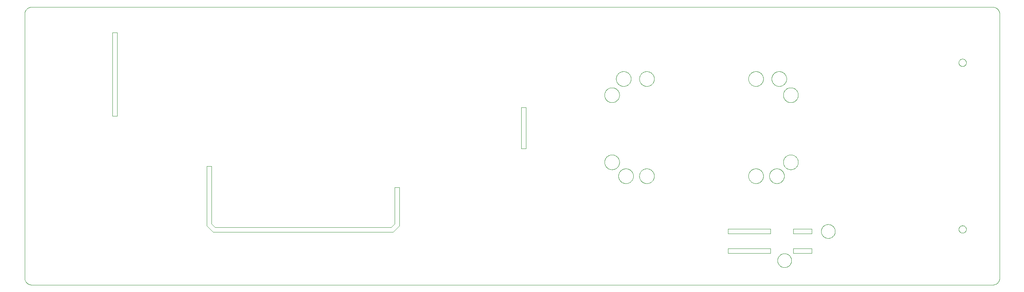
<source format=gko>
G75*
%MOIN*%
%OFA0B0*%
%FSLAX25Y25*%
%IPPOS*%
%LPD*%
%AMOC8*
5,1,8,0,0,1.08239X$1,22.5*
%
%ADD10C,0.00394*%
%ADD11C,0.00400*%
%ADD12C,0.00000*%
D10*
X0064605Y0060114D02*
X0879566Y0060114D01*
X0879718Y0060116D01*
X0879870Y0060122D01*
X0880022Y0060132D01*
X0880173Y0060145D01*
X0880324Y0060163D01*
X0880475Y0060184D01*
X0880625Y0060210D01*
X0880774Y0060239D01*
X0880923Y0060272D01*
X0881070Y0060309D01*
X0881217Y0060349D01*
X0881362Y0060394D01*
X0881506Y0060442D01*
X0881649Y0060494D01*
X0881791Y0060549D01*
X0881931Y0060608D01*
X0882070Y0060671D01*
X0882207Y0060737D01*
X0882342Y0060807D01*
X0882475Y0060880D01*
X0882606Y0060957D01*
X0882736Y0061037D01*
X0882863Y0061120D01*
X0882988Y0061206D01*
X0883111Y0061296D01*
X0883231Y0061389D01*
X0883349Y0061485D01*
X0883465Y0061584D01*
X0883578Y0061686D01*
X0883688Y0061790D01*
X0883796Y0061898D01*
X0883900Y0062008D01*
X0884002Y0062121D01*
X0884101Y0062237D01*
X0884197Y0062355D01*
X0884290Y0062475D01*
X0884380Y0062598D01*
X0884466Y0062723D01*
X0884549Y0062850D01*
X0884629Y0062980D01*
X0884706Y0063111D01*
X0884779Y0063244D01*
X0884849Y0063379D01*
X0884915Y0063516D01*
X0884978Y0063655D01*
X0885037Y0063795D01*
X0885092Y0063937D01*
X0885144Y0064080D01*
X0885192Y0064224D01*
X0885237Y0064369D01*
X0885277Y0064516D01*
X0885314Y0064663D01*
X0885347Y0064812D01*
X0885376Y0064961D01*
X0885402Y0065111D01*
X0885423Y0065262D01*
X0885441Y0065413D01*
X0885454Y0065564D01*
X0885464Y0065716D01*
X0885470Y0065868D01*
X0885472Y0066020D01*
X0885471Y0066020D02*
X0885471Y0290429D01*
X0885472Y0290429D02*
X0885470Y0290581D01*
X0885464Y0290733D01*
X0885454Y0290885D01*
X0885441Y0291036D01*
X0885423Y0291187D01*
X0885402Y0291338D01*
X0885376Y0291488D01*
X0885347Y0291637D01*
X0885314Y0291786D01*
X0885277Y0291933D01*
X0885237Y0292080D01*
X0885192Y0292225D01*
X0885144Y0292369D01*
X0885092Y0292512D01*
X0885037Y0292654D01*
X0884978Y0292794D01*
X0884915Y0292933D01*
X0884849Y0293070D01*
X0884779Y0293205D01*
X0884706Y0293338D01*
X0884629Y0293469D01*
X0884549Y0293599D01*
X0884466Y0293726D01*
X0884380Y0293851D01*
X0884290Y0293974D01*
X0884197Y0294094D01*
X0884101Y0294212D01*
X0884002Y0294328D01*
X0883900Y0294441D01*
X0883796Y0294551D01*
X0883688Y0294659D01*
X0883578Y0294763D01*
X0883465Y0294865D01*
X0883349Y0294964D01*
X0883231Y0295060D01*
X0883111Y0295153D01*
X0882988Y0295243D01*
X0882863Y0295329D01*
X0882736Y0295412D01*
X0882606Y0295492D01*
X0882475Y0295569D01*
X0882342Y0295642D01*
X0882207Y0295712D01*
X0882070Y0295778D01*
X0881931Y0295841D01*
X0881791Y0295900D01*
X0881649Y0295955D01*
X0881506Y0296007D01*
X0881362Y0296055D01*
X0881217Y0296100D01*
X0881070Y0296140D01*
X0880923Y0296177D01*
X0880774Y0296210D01*
X0880625Y0296239D01*
X0880475Y0296265D01*
X0880324Y0296286D01*
X0880173Y0296304D01*
X0880022Y0296317D01*
X0879870Y0296327D01*
X0879718Y0296333D01*
X0879566Y0296335D01*
X0064605Y0296335D01*
X0064453Y0296333D01*
X0064301Y0296327D01*
X0064149Y0296317D01*
X0063998Y0296304D01*
X0063847Y0296286D01*
X0063696Y0296265D01*
X0063546Y0296239D01*
X0063397Y0296210D01*
X0063248Y0296177D01*
X0063101Y0296140D01*
X0062954Y0296100D01*
X0062809Y0296055D01*
X0062665Y0296007D01*
X0062522Y0295955D01*
X0062380Y0295900D01*
X0062240Y0295841D01*
X0062101Y0295778D01*
X0061964Y0295712D01*
X0061829Y0295642D01*
X0061696Y0295569D01*
X0061565Y0295492D01*
X0061435Y0295412D01*
X0061308Y0295329D01*
X0061183Y0295243D01*
X0061060Y0295153D01*
X0060940Y0295060D01*
X0060822Y0294964D01*
X0060706Y0294865D01*
X0060593Y0294763D01*
X0060483Y0294659D01*
X0060375Y0294551D01*
X0060271Y0294441D01*
X0060169Y0294328D01*
X0060070Y0294212D01*
X0059974Y0294094D01*
X0059881Y0293974D01*
X0059791Y0293851D01*
X0059705Y0293726D01*
X0059622Y0293599D01*
X0059542Y0293469D01*
X0059465Y0293338D01*
X0059392Y0293205D01*
X0059322Y0293070D01*
X0059256Y0292933D01*
X0059193Y0292794D01*
X0059134Y0292654D01*
X0059079Y0292512D01*
X0059027Y0292369D01*
X0058979Y0292225D01*
X0058934Y0292080D01*
X0058894Y0291933D01*
X0058857Y0291786D01*
X0058824Y0291637D01*
X0058795Y0291488D01*
X0058769Y0291338D01*
X0058748Y0291187D01*
X0058730Y0291036D01*
X0058717Y0290885D01*
X0058707Y0290733D01*
X0058701Y0290581D01*
X0058699Y0290429D01*
X0058699Y0066020D01*
X0058701Y0065868D01*
X0058707Y0065716D01*
X0058717Y0065564D01*
X0058730Y0065413D01*
X0058748Y0065262D01*
X0058769Y0065111D01*
X0058795Y0064961D01*
X0058824Y0064812D01*
X0058857Y0064663D01*
X0058894Y0064516D01*
X0058934Y0064369D01*
X0058979Y0064224D01*
X0059027Y0064080D01*
X0059079Y0063937D01*
X0059134Y0063795D01*
X0059193Y0063655D01*
X0059256Y0063516D01*
X0059322Y0063379D01*
X0059392Y0063244D01*
X0059465Y0063111D01*
X0059542Y0062980D01*
X0059622Y0062850D01*
X0059705Y0062723D01*
X0059791Y0062598D01*
X0059881Y0062475D01*
X0059974Y0062355D01*
X0060070Y0062237D01*
X0060169Y0062121D01*
X0060271Y0062008D01*
X0060375Y0061898D01*
X0060483Y0061790D01*
X0060593Y0061686D01*
X0060706Y0061584D01*
X0060822Y0061485D01*
X0060940Y0061389D01*
X0061060Y0061296D01*
X0061183Y0061206D01*
X0061308Y0061120D01*
X0061435Y0061037D01*
X0061565Y0060957D01*
X0061696Y0060880D01*
X0061829Y0060807D01*
X0061964Y0060737D01*
X0062101Y0060671D01*
X0062240Y0060608D01*
X0062380Y0060549D01*
X0062522Y0060494D01*
X0062665Y0060442D01*
X0062809Y0060394D01*
X0062954Y0060349D01*
X0063101Y0060309D01*
X0063248Y0060272D01*
X0063397Y0060239D01*
X0063546Y0060210D01*
X0063696Y0060184D01*
X0063847Y0060163D01*
X0063998Y0060145D01*
X0064149Y0060132D01*
X0064301Y0060122D01*
X0064453Y0060116D01*
X0064605Y0060114D01*
X0133306Y0203815D02*
X0137243Y0203815D01*
X0137243Y0274681D01*
X0133306Y0274681D01*
X0133306Y0203815D01*
X0655089Y0107600D02*
X0655089Y0103663D01*
X0691310Y0103663D01*
X0691310Y0107600D01*
X0655089Y0107600D01*
X0655089Y0091065D02*
X0655089Y0087128D01*
X0691310Y0087128D01*
X0691310Y0091065D01*
X0655089Y0091065D01*
X0710325Y0091065D02*
X0710325Y0087128D01*
X0726073Y0087128D01*
X0726073Y0091065D01*
X0710325Y0091065D01*
X0710325Y0103663D02*
X0710325Y0107600D01*
X0726073Y0107600D01*
X0726073Y0103663D01*
X0710325Y0103663D01*
D11*
X0483699Y0176114D02*
X0479699Y0176114D01*
X0479699Y0211114D01*
X0483699Y0211114D01*
X0483699Y0176114D01*
X0376449Y0142864D02*
X0376449Y0110364D01*
X0371199Y0105114D01*
X0218449Y0105114D01*
X0213199Y0110364D01*
X0213199Y0161114D01*
X0217199Y0161114D01*
X0217199Y0112114D01*
X0220199Y0109114D01*
X0369449Y0109114D01*
X0372449Y0112114D01*
X0372449Y0142864D01*
X0376449Y0142864D01*
D12*
X0550432Y0164445D02*
X0550434Y0164603D01*
X0550440Y0164761D01*
X0550450Y0164919D01*
X0550464Y0165077D01*
X0550482Y0165234D01*
X0550503Y0165391D01*
X0550529Y0165547D01*
X0550559Y0165703D01*
X0550592Y0165858D01*
X0550630Y0166011D01*
X0550671Y0166164D01*
X0550716Y0166316D01*
X0550765Y0166467D01*
X0550818Y0166616D01*
X0550874Y0166764D01*
X0550934Y0166910D01*
X0550998Y0167055D01*
X0551066Y0167198D01*
X0551137Y0167340D01*
X0551211Y0167480D01*
X0551289Y0167617D01*
X0551371Y0167753D01*
X0551455Y0167887D01*
X0551544Y0168018D01*
X0551635Y0168147D01*
X0551730Y0168274D01*
X0551827Y0168399D01*
X0551928Y0168521D01*
X0552032Y0168640D01*
X0552139Y0168757D01*
X0552249Y0168871D01*
X0552362Y0168982D01*
X0552477Y0169091D01*
X0552595Y0169196D01*
X0552716Y0169298D01*
X0552839Y0169398D01*
X0552965Y0169494D01*
X0553093Y0169587D01*
X0553223Y0169677D01*
X0553356Y0169763D01*
X0553491Y0169847D01*
X0553627Y0169926D01*
X0553766Y0170003D01*
X0553907Y0170075D01*
X0554049Y0170145D01*
X0554193Y0170210D01*
X0554339Y0170272D01*
X0554486Y0170330D01*
X0554635Y0170385D01*
X0554785Y0170436D01*
X0554936Y0170483D01*
X0555088Y0170526D01*
X0555241Y0170565D01*
X0555396Y0170601D01*
X0555551Y0170632D01*
X0555707Y0170660D01*
X0555863Y0170684D01*
X0556020Y0170704D01*
X0556178Y0170720D01*
X0556335Y0170732D01*
X0556494Y0170740D01*
X0556652Y0170744D01*
X0556810Y0170744D01*
X0556968Y0170740D01*
X0557127Y0170732D01*
X0557284Y0170720D01*
X0557442Y0170704D01*
X0557599Y0170684D01*
X0557755Y0170660D01*
X0557911Y0170632D01*
X0558066Y0170601D01*
X0558221Y0170565D01*
X0558374Y0170526D01*
X0558526Y0170483D01*
X0558677Y0170436D01*
X0558827Y0170385D01*
X0558976Y0170330D01*
X0559123Y0170272D01*
X0559269Y0170210D01*
X0559413Y0170145D01*
X0559555Y0170075D01*
X0559696Y0170003D01*
X0559835Y0169926D01*
X0559971Y0169847D01*
X0560106Y0169763D01*
X0560239Y0169677D01*
X0560369Y0169587D01*
X0560497Y0169494D01*
X0560623Y0169398D01*
X0560746Y0169298D01*
X0560867Y0169196D01*
X0560985Y0169091D01*
X0561100Y0168982D01*
X0561213Y0168871D01*
X0561323Y0168757D01*
X0561430Y0168640D01*
X0561534Y0168521D01*
X0561635Y0168399D01*
X0561732Y0168274D01*
X0561827Y0168147D01*
X0561918Y0168018D01*
X0562007Y0167887D01*
X0562091Y0167753D01*
X0562173Y0167617D01*
X0562251Y0167480D01*
X0562325Y0167340D01*
X0562396Y0167198D01*
X0562464Y0167055D01*
X0562528Y0166910D01*
X0562588Y0166764D01*
X0562644Y0166616D01*
X0562697Y0166467D01*
X0562746Y0166316D01*
X0562791Y0166164D01*
X0562832Y0166011D01*
X0562870Y0165858D01*
X0562903Y0165703D01*
X0562933Y0165547D01*
X0562959Y0165391D01*
X0562980Y0165234D01*
X0562998Y0165077D01*
X0563012Y0164919D01*
X0563022Y0164761D01*
X0563028Y0164603D01*
X0563030Y0164445D01*
X0563028Y0164287D01*
X0563022Y0164129D01*
X0563012Y0163971D01*
X0562998Y0163813D01*
X0562980Y0163656D01*
X0562959Y0163499D01*
X0562933Y0163343D01*
X0562903Y0163187D01*
X0562870Y0163032D01*
X0562832Y0162879D01*
X0562791Y0162726D01*
X0562746Y0162574D01*
X0562697Y0162423D01*
X0562644Y0162274D01*
X0562588Y0162126D01*
X0562528Y0161980D01*
X0562464Y0161835D01*
X0562396Y0161692D01*
X0562325Y0161550D01*
X0562251Y0161410D01*
X0562173Y0161273D01*
X0562091Y0161137D01*
X0562007Y0161003D01*
X0561918Y0160872D01*
X0561827Y0160743D01*
X0561732Y0160616D01*
X0561635Y0160491D01*
X0561534Y0160369D01*
X0561430Y0160250D01*
X0561323Y0160133D01*
X0561213Y0160019D01*
X0561100Y0159908D01*
X0560985Y0159799D01*
X0560867Y0159694D01*
X0560746Y0159592D01*
X0560623Y0159492D01*
X0560497Y0159396D01*
X0560369Y0159303D01*
X0560239Y0159213D01*
X0560106Y0159127D01*
X0559971Y0159043D01*
X0559835Y0158964D01*
X0559696Y0158887D01*
X0559555Y0158815D01*
X0559413Y0158745D01*
X0559269Y0158680D01*
X0559123Y0158618D01*
X0558976Y0158560D01*
X0558827Y0158505D01*
X0558677Y0158454D01*
X0558526Y0158407D01*
X0558374Y0158364D01*
X0558221Y0158325D01*
X0558066Y0158289D01*
X0557911Y0158258D01*
X0557755Y0158230D01*
X0557599Y0158206D01*
X0557442Y0158186D01*
X0557284Y0158170D01*
X0557127Y0158158D01*
X0556968Y0158150D01*
X0556810Y0158146D01*
X0556652Y0158146D01*
X0556494Y0158150D01*
X0556335Y0158158D01*
X0556178Y0158170D01*
X0556020Y0158186D01*
X0555863Y0158206D01*
X0555707Y0158230D01*
X0555551Y0158258D01*
X0555396Y0158289D01*
X0555241Y0158325D01*
X0555088Y0158364D01*
X0554936Y0158407D01*
X0554785Y0158454D01*
X0554635Y0158505D01*
X0554486Y0158560D01*
X0554339Y0158618D01*
X0554193Y0158680D01*
X0554049Y0158745D01*
X0553907Y0158815D01*
X0553766Y0158887D01*
X0553627Y0158964D01*
X0553491Y0159043D01*
X0553356Y0159127D01*
X0553223Y0159213D01*
X0553093Y0159303D01*
X0552965Y0159396D01*
X0552839Y0159492D01*
X0552716Y0159592D01*
X0552595Y0159694D01*
X0552477Y0159799D01*
X0552362Y0159908D01*
X0552249Y0160019D01*
X0552139Y0160133D01*
X0552032Y0160250D01*
X0551928Y0160369D01*
X0551827Y0160491D01*
X0551730Y0160616D01*
X0551635Y0160743D01*
X0551544Y0160872D01*
X0551455Y0161003D01*
X0551371Y0161137D01*
X0551289Y0161273D01*
X0551211Y0161410D01*
X0551137Y0161550D01*
X0551066Y0161692D01*
X0550998Y0161835D01*
X0550934Y0161980D01*
X0550874Y0162126D01*
X0550818Y0162274D01*
X0550765Y0162423D01*
X0550716Y0162574D01*
X0550671Y0162726D01*
X0550630Y0162879D01*
X0550592Y0163032D01*
X0550559Y0163187D01*
X0550529Y0163343D01*
X0550503Y0163499D01*
X0550482Y0163656D01*
X0550464Y0163813D01*
X0550450Y0163971D01*
X0550440Y0164129D01*
X0550434Y0164287D01*
X0550432Y0164445D01*
X0562243Y0152634D02*
X0562245Y0152792D01*
X0562251Y0152950D01*
X0562261Y0153108D01*
X0562275Y0153266D01*
X0562293Y0153423D01*
X0562314Y0153580D01*
X0562340Y0153736D01*
X0562370Y0153892D01*
X0562403Y0154047D01*
X0562441Y0154200D01*
X0562482Y0154353D01*
X0562527Y0154505D01*
X0562576Y0154656D01*
X0562629Y0154805D01*
X0562685Y0154953D01*
X0562745Y0155099D01*
X0562809Y0155244D01*
X0562877Y0155387D01*
X0562948Y0155529D01*
X0563022Y0155669D01*
X0563100Y0155806D01*
X0563182Y0155942D01*
X0563266Y0156076D01*
X0563355Y0156207D01*
X0563446Y0156336D01*
X0563541Y0156463D01*
X0563638Y0156588D01*
X0563739Y0156710D01*
X0563843Y0156829D01*
X0563950Y0156946D01*
X0564060Y0157060D01*
X0564173Y0157171D01*
X0564288Y0157280D01*
X0564406Y0157385D01*
X0564527Y0157487D01*
X0564650Y0157587D01*
X0564776Y0157683D01*
X0564904Y0157776D01*
X0565034Y0157866D01*
X0565167Y0157952D01*
X0565302Y0158036D01*
X0565438Y0158115D01*
X0565577Y0158192D01*
X0565718Y0158264D01*
X0565860Y0158334D01*
X0566004Y0158399D01*
X0566150Y0158461D01*
X0566297Y0158519D01*
X0566446Y0158574D01*
X0566596Y0158625D01*
X0566747Y0158672D01*
X0566899Y0158715D01*
X0567052Y0158754D01*
X0567207Y0158790D01*
X0567362Y0158821D01*
X0567518Y0158849D01*
X0567674Y0158873D01*
X0567831Y0158893D01*
X0567989Y0158909D01*
X0568146Y0158921D01*
X0568305Y0158929D01*
X0568463Y0158933D01*
X0568621Y0158933D01*
X0568779Y0158929D01*
X0568938Y0158921D01*
X0569095Y0158909D01*
X0569253Y0158893D01*
X0569410Y0158873D01*
X0569566Y0158849D01*
X0569722Y0158821D01*
X0569877Y0158790D01*
X0570032Y0158754D01*
X0570185Y0158715D01*
X0570337Y0158672D01*
X0570488Y0158625D01*
X0570638Y0158574D01*
X0570787Y0158519D01*
X0570934Y0158461D01*
X0571080Y0158399D01*
X0571224Y0158334D01*
X0571366Y0158264D01*
X0571507Y0158192D01*
X0571646Y0158115D01*
X0571782Y0158036D01*
X0571917Y0157952D01*
X0572050Y0157866D01*
X0572180Y0157776D01*
X0572308Y0157683D01*
X0572434Y0157587D01*
X0572557Y0157487D01*
X0572678Y0157385D01*
X0572796Y0157280D01*
X0572911Y0157171D01*
X0573024Y0157060D01*
X0573134Y0156946D01*
X0573241Y0156829D01*
X0573345Y0156710D01*
X0573446Y0156588D01*
X0573543Y0156463D01*
X0573638Y0156336D01*
X0573729Y0156207D01*
X0573818Y0156076D01*
X0573902Y0155942D01*
X0573984Y0155806D01*
X0574062Y0155669D01*
X0574136Y0155529D01*
X0574207Y0155387D01*
X0574275Y0155244D01*
X0574339Y0155099D01*
X0574399Y0154953D01*
X0574455Y0154805D01*
X0574508Y0154656D01*
X0574557Y0154505D01*
X0574602Y0154353D01*
X0574643Y0154200D01*
X0574681Y0154047D01*
X0574714Y0153892D01*
X0574744Y0153736D01*
X0574770Y0153580D01*
X0574791Y0153423D01*
X0574809Y0153266D01*
X0574823Y0153108D01*
X0574833Y0152950D01*
X0574839Y0152792D01*
X0574841Y0152634D01*
X0574839Y0152476D01*
X0574833Y0152318D01*
X0574823Y0152160D01*
X0574809Y0152002D01*
X0574791Y0151845D01*
X0574770Y0151688D01*
X0574744Y0151532D01*
X0574714Y0151376D01*
X0574681Y0151221D01*
X0574643Y0151068D01*
X0574602Y0150915D01*
X0574557Y0150763D01*
X0574508Y0150612D01*
X0574455Y0150463D01*
X0574399Y0150315D01*
X0574339Y0150169D01*
X0574275Y0150024D01*
X0574207Y0149881D01*
X0574136Y0149739D01*
X0574062Y0149599D01*
X0573984Y0149462D01*
X0573902Y0149326D01*
X0573818Y0149192D01*
X0573729Y0149061D01*
X0573638Y0148932D01*
X0573543Y0148805D01*
X0573446Y0148680D01*
X0573345Y0148558D01*
X0573241Y0148439D01*
X0573134Y0148322D01*
X0573024Y0148208D01*
X0572911Y0148097D01*
X0572796Y0147988D01*
X0572678Y0147883D01*
X0572557Y0147781D01*
X0572434Y0147681D01*
X0572308Y0147585D01*
X0572180Y0147492D01*
X0572050Y0147402D01*
X0571917Y0147316D01*
X0571782Y0147232D01*
X0571646Y0147153D01*
X0571507Y0147076D01*
X0571366Y0147004D01*
X0571224Y0146934D01*
X0571080Y0146869D01*
X0570934Y0146807D01*
X0570787Y0146749D01*
X0570638Y0146694D01*
X0570488Y0146643D01*
X0570337Y0146596D01*
X0570185Y0146553D01*
X0570032Y0146514D01*
X0569877Y0146478D01*
X0569722Y0146447D01*
X0569566Y0146419D01*
X0569410Y0146395D01*
X0569253Y0146375D01*
X0569095Y0146359D01*
X0568938Y0146347D01*
X0568779Y0146339D01*
X0568621Y0146335D01*
X0568463Y0146335D01*
X0568305Y0146339D01*
X0568146Y0146347D01*
X0567989Y0146359D01*
X0567831Y0146375D01*
X0567674Y0146395D01*
X0567518Y0146419D01*
X0567362Y0146447D01*
X0567207Y0146478D01*
X0567052Y0146514D01*
X0566899Y0146553D01*
X0566747Y0146596D01*
X0566596Y0146643D01*
X0566446Y0146694D01*
X0566297Y0146749D01*
X0566150Y0146807D01*
X0566004Y0146869D01*
X0565860Y0146934D01*
X0565718Y0147004D01*
X0565577Y0147076D01*
X0565438Y0147153D01*
X0565302Y0147232D01*
X0565167Y0147316D01*
X0565034Y0147402D01*
X0564904Y0147492D01*
X0564776Y0147585D01*
X0564650Y0147681D01*
X0564527Y0147781D01*
X0564406Y0147883D01*
X0564288Y0147988D01*
X0564173Y0148097D01*
X0564060Y0148208D01*
X0563950Y0148322D01*
X0563843Y0148439D01*
X0563739Y0148558D01*
X0563638Y0148680D01*
X0563541Y0148805D01*
X0563446Y0148932D01*
X0563355Y0149061D01*
X0563266Y0149192D01*
X0563182Y0149326D01*
X0563100Y0149462D01*
X0563022Y0149599D01*
X0562948Y0149739D01*
X0562877Y0149881D01*
X0562809Y0150024D01*
X0562745Y0150169D01*
X0562685Y0150315D01*
X0562629Y0150463D01*
X0562576Y0150612D01*
X0562527Y0150763D01*
X0562482Y0150915D01*
X0562441Y0151068D01*
X0562403Y0151221D01*
X0562370Y0151376D01*
X0562340Y0151532D01*
X0562314Y0151688D01*
X0562293Y0151845D01*
X0562275Y0152002D01*
X0562261Y0152160D01*
X0562251Y0152318D01*
X0562245Y0152476D01*
X0562243Y0152634D01*
X0579960Y0152634D02*
X0579962Y0152792D01*
X0579968Y0152950D01*
X0579978Y0153108D01*
X0579992Y0153266D01*
X0580010Y0153423D01*
X0580031Y0153580D01*
X0580057Y0153736D01*
X0580087Y0153892D01*
X0580120Y0154047D01*
X0580158Y0154200D01*
X0580199Y0154353D01*
X0580244Y0154505D01*
X0580293Y0154656D01*
X0580346Y0154805D01*
X0580402Y0154953D01*
X0580462Y0155099D01*
X0580526Y0155244D01*
X0580594Y0155387D01*
X0580665Y0155529D01*
X0580739Y0155669D01*
X0580817Y0155806D01*
X0580899Y0155942D01*
X0580983Y0156076D01*
X0581072Y0156207D01*
X0581163Y0156336D01*
X0581258Y0156463D01*
X0581355Y0156588D01*
X0581456Y0156710D01*
X0581560Y0156829D01*
X0581667Y0156946D01*
X0581777Y0157060D01*
X0581890Y0157171D01*
X0582005Y0157280D01*
X0582123Y0157385D01*
X0582244Y0157487D01*
X0582367Y0157587D01*
X0582493Y0157683D01*
X0582621Y0157776D01*
X0582751Y0157866D01*
X0582884Y0157952D01*
X0583019Y0158036D01*
X0583155Y0158115D01*
X0583294Y0158192D01*
X0583435Y0158264D01*
X0583577Y0158334D01*
X0583721Y0158399D01*
X0583867Y0158461D01*
X0584014Y0158519D01*
X0584163Y0158574D01*
X0584313Y0158625D01*
X0584464Y0158672D01*
X0584616Y0158715D01*
X0584769Y0158754D01*
X0584924Y0158790D01*
X0585079Y0158821D01*
X0585235Y0158849D01*
X0585391Y0158873D01*
X0585548Y0158893D01*
X0585706Y0158909D01*
X0585863Y0158921D01*
X0586022Y0158929D01*
X0586180Y0158933D01*
X0586338Y0158933D01*
X0586496Y0158929D01*
X0586655Y0158921D01*
X0586812Y0158909D01*
X0586970Y0158893D01*
X0587127Y0158873D01*
X0587283Y0158849D01*
X0587439Y0158821D01*
X0587594Y0158790D01*
X0587749Y0158754D01*
X0587902Y0158715D01*
X0588054Y0158672D01*
X0588205Y0158625D01*
X0588355Y0158574D01*
X0588504Y0158519D01*
X0588651Y0158461D01*
X0588797Y0158399D01*
X0588941Y0158334D01*
X0589083Y0158264D01*
X0589224Y0158192D01*
X0589363Y0158115D01*
X0589499Y0158036D01*
X0589634Y0157952D01*
X0589767Y0157866D01*
X0589897Y0157776D01*
X0590025Y0157683D01*
X0590151Y0157587D01*
X0590274Y0157487D01*
X0590395Y0157385D01*
X0590513Y0157280D01*
X0590628Y0157171D01*
X0590741Y0157060D01*
X0590851Y0156946D01*
X0590958Y0156829D01*
X0591062Y0156710D01*
X0591163Y0156588D01*
X0591260Y0156463D01*
X0591355Y0156336D01*
X0591446Y0156207D01*
X0591535Y0156076D01*
X0591619Y0155942D01*
X0591701Y0155806D01*
X0591779Y0155669D01*
X0591853Y0155529D01*
X0591924Y0155387D01*
X0591992Y0155244D01*
X0592056Y0155099D01*
X0592116Y0154953D01*
X0592172Y0154805D01*
X0592225Y0154656D01*
X0592274Y0154505D01*
X0592319Y0154353D01*
X0592360Y0154200D01*
X0592398Y0154047D01*
X0592431Y0153892D01*
X0592461Y0153736D01*
X0592487Y0153580D01*
X0592508Y0153423D01*
X0592526Y0153266D01*
X0592540Y0153108D01*
X0592550Y0152950D01*
X0592556Y0152792D01*
X0592558Y0152634D01*
X0592556Y0152476D01*
X0592550Y0152318D01*
X0592540Y0152160D01*
X0592526Y0152002D01*
X0592508Y0151845D01*
X0592487Y0151688D01*
X0592461Y0151532D01*
X0592431Y0151376D01*
X0592398Y0151221D01*
X0592360Y0151068D01*
X0592319Y0150915D01*
X0592274Y0150763D01*
X0592225Y0150612D01*
X0592172Y0150463D01*
X0592116Y0150315D01*
X0592056Y0150169D01*
X0591992Y0150024D01*
X0591924Y0149881D01*
X0591853Y0149739D01*
X0591779Y0149599D01*
X0591701Y0149462D01*
X0591619Y0149326D01*
X0591535Y0149192D01*
X0591446Y0149061D01*
X0591355Y0148932D01*
X0591260Y0148805D01*
X0591163Y0148680D01*
X0591062Y0148558D01*
X0590958Y0148439D01*
X0590851Y0148322D01*
X0590741Y0148208D01*
X0590628Y0148097D01*
X0590513Y0147988D01*
X0590395Y0147883D01*
X0590274Y0147781D01*
X0590151Y0147681D01*
X0590025Y0147585D01*
X0589897Y0147492D01*
X0589767Y0147402D01*
X0589634Y0147316D01*
X0589499Y0147232D01*
X0589363Y0147153D01*
X0589224Y0147076D01*
X0589083Y0147004D01*
X0588941Y0146934D01*
X0588797Y0146869D01*
X0588651Y0146807D01*
X0588504Y0146749D01*
X0588355Y0146694D01*
X0588205Y0146643D01*
X0588054Y0146596D01*
X0587902Y0146553D01*
X0587749Y0146514D01*
X0587594Y0146478D01*
X0587439Y0146447D01*
X0587283Y0146419D01*
X0587127Y0146395D01*
X0586970Y0146375D01*
X0586812Y0146359D01*
X0586655Y0146347D01*
X0586496Y0146339D01*
X0586338Y0146335D01*
X0586180Y0146335D01*
X0586022Y0146339D01*
X0585863Y0146347D01*
X0585706Y0146359D01*
X0585548Y0146375D01*
X0585391Y0146395D01*
X0585235Y0146419D01*
X0585079Y0146447D01*
X0584924Y0146478D01*
X0584769Y0146514D01*
X0584616Y0146553D01*
X0584464Y0146596D01*
X0584313Y0146643D01*
X0584163Y0146694D01*
X0584014Y0146749D01*
X0583867Y0146807D01*
X0583721Y0146869D01*
X0583577Y0146934D01*
X0583435Y0147004D01*
X0583294Y0147076D01*
X0583155Y0147153D01*
X0583019Y0147232D01*
X0582884Y0147316D01*
X0582751Y0147402D01*
X0582621Y0147492D01*
X0582493Y0147585D01*
X0582367Y0147681D01*
X0582244Y0147781D01*
X0582123Y0147883D01*
X0582005Y0147988D01*
X0581890Y0148097D01*
X0581777Y0148208D01*
X0581667Y0148322D01*
X0581560Y0148439D01*
X0581456Y0148558D01*
X0581355Y0148680D01*
X0581258Y0148805D01*
X0581163Y0148932D01*
X0581072Y0149061D01*
X0580983Y0149192D01*
X0580899Y0149326D01*
X0580817Y0149462D01*
X0580739Y0149599D01*
X0580665Y0149739D01*
X0580594Y0149881D01*
X0580526Y0150024D01*
X0580462Y0150169D01*
X0580402Y0150315D01*
X0580346Y0150463D01*
X0580293Y0150612D01*
X0580244Y0150763D01*
X0580199Y0150915D01*
X0580158Y0151068D01*
X0580120Y0151221D01*
X0580087Y0151376D01*
X0580057Y0151532D01*
X0580031Y0151688D01*
X0580010Y0151845D01*
X0579992Y0152002D01*
X0579978Y0152160D01*
X0579968Y0152318D01*
X0579962Y0152476D01*
X0579960Y0152634D01*
X0672479Y0152634D02*
X0672481Y0152792D01*
X0672487Y0152950D01*
X0672497Y0153108D01*
X0672511Y0153266D01*
X0672529Y0153423D01*
X0672550Y0153580D01*
X0672576Y0153736D01*
X0672606Y0153892D01*
X0672639Y0154047D01*
X0672677Y0154200D01*
X0672718Y0154353D01*
X0672763Y0154505D01*
X0672812Y0154656D01*
X0672865Y0154805D01*
X0672921Y0154953D01*
X0672981Y0155099D01*
X0673045Y0155244D01*
X0673113Y0155387D01*
X0673184Y0155529D01*
X0673258Y0155669D01*
X0673336Y0155806D01*
X0673418Y0155942D01*
X0673502Y0156076D01*
X0673591Y0156207D01*
X0673682Y0156336D01*
X0673777Y0156463D01*
X0673874Y0156588D01*
X0673975Y0156710D01*
X0674079Y0156829D01*
X0674186Y0156946D01*
X0674296Y0157060D01*
X0674409Y0157171D01*
X0674524Y0157280D01*
X0674642Y0157385D01*
X0674763Y0157487D01*
X0674886Y0157587D01*
X0675012Y0157683D01*
X0675140Y0157776D01*
X0675270Y0157866D01*
X0675403Y0157952D01*
X0675538Y0158036D01*
X0675674Y0158115D01*
X0675813Y0158192D01*
X0675954Y0158264D01*
X0676096Y0158334D01*
X0676240Y0158399D01*
X0676386Y0158461D01*
X0676533Y0158519D01*
X0676682Y0158574D01*
X0676832Y0158625D01*
X0676983Y0158672D01*
X0677135Y0158715D01*
X0677288Y0158754D01*
X0677443Y0158790D01*
X0677598Y0158821D01*
X0677754Y0158849D01*
X0677910Y0158873D01*
X0678067Y0158893D01*
X0678225Y0158909D01*
X0678382Y0158921D01*
X0678541Y0158929D01*
X0678699Y0158933D01*
X0678857Y0158933D01*
X0679015Y0158929D01*
X0679174Y0158921D01*
X0679331Y0158909D01*
X0679489Y0158893D01*
X0679646Y0158873D01*
X0679802Y0158849D01*
X0679958Y0158821D01*
X0680113Y0158790D01*
X0680268Y0158754D01*
X0680421Y0158715D01*
X0680573Y0158672D01*
X0680724Y0158625D01*
X0680874Y0158574D01*
X0681023Y0158519D01*
X0681170Y0158461D01*
X0681316Y0158399D01*
X0681460Y0158334D01*
X0681602Y0158264D01*
X0681743Y0158192D01*
X0681882Y0158115D01*
X0682018Y0158036D01*
X0682153Y0157952D01*
X0682286Y0157866D01*
X0682416Y0157776D01*
X0682544Y0157683D01*
X0682670Y0157587D01*
X0682793Y0157487D01*
X0682914Y0157385D01*
X0683032Y0157280D01*
X0683147Y0157171D01*
X0683260Y0157060D01*
X0683370Y0156946D01*
X0683477Y0156829D01*
X0683581Y0156710D01*
X0683682Y0156588D01*
X0683779Y0156463D01*
X0683874Y0156336D01*
X0683965Y0156207D01*
X0684054Y0156076D01*
X0684138Y0155942D01*
X0684220Y0155806D01*
X0684298Y0155669D01*
X0684372Y0155529D01*
X0684443Y0155387D01*
X0684511Y0155244D01*
X0684575Y0155099D01*
X0684635Y0154953D01*
X0684691Y0154805D01*
X0684744Y0154656D01*
X0684793Y0154505D01*
X0684838Y0154353D01*
X0684879Y0154200D01*
X0684917Y0154047D01*
X0684950Y0153892D01*
X0684980Y0153736D01*
X0685006Y0153580D01*
X0685027Y0153423D01*
X0685045Y0153266D01*
X0685059Y0153108D01*
X0685069Y0152950D01*
X0685075Y0152792D01*
X0685077Y0152634D01*
X0685075Y0152476D01*
X0685069Y0152318D01*
X0685059Y0152160D01*
X0685045Y0152002D01*
X0685027Y0151845D01*
X0685006Y0151688D01*
X0684980Y0151532D01*
X0684950Y0151376D01*
X0684917Y0151221D01*
X0684879Y0151068D01*
X0684838Y0150915D01*
X0684793Y0150763D01*
X0684744Y0150612D01*
X0684691Y0150463D01*
X0684635Y0150315D01*
X0684575Y0150169D01*
X0684511Y0150024D01*
X0684443Y0149881D01*
X0684372Y0149739D01*
X0684298Y0149599D01*
X0684220Y0149462D01*
X0684138Y0149326D01*
X0684054Y0149192D01*
X0683965Y0149061D01*
X0683874Y0148932D01*
X0683779Y0148805D01*
X0683682Y0148680D01*
X0683581Y0148558D01*
X0683477Y0148439D01*
X0683370Y0148322D01*
X0683260Y0148208D01*
X0683147Y0148097D01*
X0683032Y0147988D01*
X0682914Y0147883D01*
X0682793Y0147781D01*
X0682670Y0147681D01*
X0682544Y0147585D01*
X0682416Y0147492D01*
X0682286Y0147402D01*
X0682153Y0147316D01*
X0682018Y0147232D01*
X0681882Y0147153D01*
X0681743Y0147076D01*
X0681602Y0147004D01*
X0681460Y0146934D01*
X0681316Y0146869D01*
X0681170Y0146807D01*
X0681023Y0146749D01*
X0680874Y0146694D01*
X0680724Y0146643D01*
X0680573Y0146596D01*
X0680421Y0146553D01*
X0680268Y0146514D01*
X0680113Y0146478D01*
X0679958Y0146447D01*
X0679802Y0146419D01*
X0679646Y0146395D01*
X0679489Y0146375D01*
X0679331Y0146359D01*
X0679174Y0146347D01*
X0679015Y0146339D01*
X0678857Y0146335D01*
X0678699Y0146335D01*
X0678541Y0146339D01*
X0678382Y0146347D01*
X0678225Y0146359D01*
X0678067Y0146375D01*
X0677910Y0146395D01*
X0677754Y0146419D01*
X0677598Y0146447D01*
X0677443Y0146478D01*
X0677288Y0146514D01*
X0677135Y0146553D01*
X0676983Y0146596D01*
X0676832Y0146643D01*
X0676682Y0146694D01*
X0676533Y0146749D01*
X0676386Y0146807D01*
X0676240Y0146869D01*
X0676096Y0146934D01*
X0675954Y0147004D01*
X0675813Y0147076D01*
X0675674Y0147153D01*
X0675538Y0147232D01*
X0675403Y0147316D01*
X0675270Y0147402D01*
X0675140Y0147492D01*
X0675012Y0147585D01*
X0674886Y0147681D01*
X0674763Y0147781D01*
X0674642Y0147883D01*
X0674524Y0147988D01*
X0674409Y0148097D01*
X0674296Y0148208D01*
X0674186Y0148322D01*
X0674079Y0148439D01*
X0673975Y0148558D01*
X0673874Y0148680D01*
X0673777Y0148805D01*
X0673682Y0148932D01*
X0673591Y0149061D01*
X0673502Y0149192D01*
X0673418Y0149326D01*
X0673336Y0149462D01*
X0673258Y0149599D01*
X0673184Y0149739D01*
X0673113Y0149881D01*
X0673045Y0150024D01*
X0672981Y0150169D01*
X0672921Y0150315D01*
X0672865Y0150463D01*
X0672812Y0150612D01*
X0672763Y0150763D01*
X0672718Y0150915D01*
X0672677Y0151068D01*
X0672639Y0151221D01*
X0672606Y0151376D01*
X0672576Y0151532D01*
X0672550Y0151688D01*
X0672529Y0151845D01*
X0672511Y0152002D01*
X0672497Y0152160D01*
X0672487Y0152318D01*
X0672481Y0152476D01*
X0672479Y0152634D01*
X0690196Y0152634D02*
X0690198Y0152792D01*
X0690204Y0152950D01*
X0690214Y0153108D01*
X0690228Y0153266D01*
X0690246Y0153423D01*
X0690267Y0153580D01*
X0690293Y0153736D01*
X0690323Y0153892D01*
X0690356Y0154047D01*
X0690394Y0154200D01*
X0690435Y0154353D01*
X0690480Y0154505D01*
X0690529Y0154656D01*
X0690582Y0154805D01*
X0690638Y0154953D01*
X0690698Y0155099D01*
X0690762Y0155244D01*
X0690830Y0155387D01*
X0690901Y0155529D01*
X0690975Y0155669D01*
X0691053Y0155806D01*
X0691135Y0155942D01*
X0691219Y0156076D01*
X0691308Y0156207D01*
X0691399Y0156336D01*
X0691494Y0156463D01*
X0691591Y0156588D01*
X0691692Y0156710D01*
X0691796Y0156829D01*
X0691903Y0156946D01*
X0692013Y0157060D01*
X0692126Y0157171D01*
X0692241Y0157280D01*
X0692359Y0157385D01*
X0692480Y0157487D01*
X0692603Y0157587D01*
X0692729Y0157683D01*
X0692857Y0157776D01*
X0692987Y0157866D01*
X0693120Y0157952D01*
X0693255Y0158036D01*
X0693391Y0158115D01*
X0693530Y0158192D01*
X0693671Y0158264D01*
X0693813Y0158334D01*
X0693957Y0158399D01*
X0694103Y0158461D01*
X0694250Y0158519D01*
X0694399Y0158574D01*
X0694549Y0158625D01*
X0694700Y0158672D01*
X0694852Y0158715D01*
X0695005Y0158754D01*
X0695160Y0158790D01*
X0695315Y0158821D01*
X0695471Y0158849D01*
X0695627Y0158873D01*
X0695784Y0158893D01*
X0695942Y0158909D01*
X0696099Y0158921D01*
X0696258Y0158929D01*
X0696416Y0158933D01*
X0696574Y0158933D01*
X0696732Y0158929D01*
X0696891Y0158921D01*
X0697048Y0158909D01*
X0697206Y0158893D01*
X0697363Y0158873D01*
X0697519Y0158849D01*
X0697675Y0158821D01*
X0697830Y0158790D01*
X0697985Y0158754D01*
X0698138Y0158715D01*
X0698290Y0158672D01*
X0698441Y0158625D01*
X0698591Y0158574D01*
X0698740Y0158519D01*
X0698887Y0158461D01*
X0699033Y0158399D01*
X0699177Y0158334D01*
X0699319Y0158264D01*
X0699460Y0158192D01*
X0699599Y0158115D01*
X0699735Y0158036D01*
X0699870Y0157952D01*
X0700003Y0157866D01*
X0700133Y0157776D01*
X0700261Y0157683D01*
X0700387Y0157587D01*
X0700510Y0157487D01*
X0700631Y0157385D01*
X0700749Y0157280D01*
X0700864Y0157171D01*
X0700977Y0157060D01*
X0701087Y0156946D01*
X0701194Y0156829D01*
X0701298Y0156710D01*
X0701399Y0156588D01*
X0701496Y0156463D01*
X0701591Y0156336D01*
X0701682Y0156207D01*
X0701771Y0156076D01*
X0701855Y0155942D01*
X0701937Y0155806D01*
X0702015Y0155669D01*
X0702089Y0155529D01*
X0702160Y0155387D01*
X0702228Y0155244D01*
X0702292Y0155099D01*
X0702352Y0154953D01*
X0702408Y0154805D01*
X0702461Y0154656D01*
X0702510Y0154505D01*
X0702555Y0154353D01*
X0702596Y0154200D01*
X0702634Y0154047D01*
X0702667Y0153892D01*
X0702697Y0153736D01*
X0702723Y0153580D01*
X0702744Y0153423D01*
X0702762Y0153266D01*
X0702776Y0153108D01*
X0702786Y0152950D01*
X0702792Y0152792D01*
X0702794Y0152634D01*
X0702792Y0152476D01*
X0702786Y0152318D01*
X0702776Y0152160D01*
X0702762Y0152002D01*
X0702744Y0151845D01*
X0702723Y0151688D01*
X0702697Y0151532D01*
X0702667Y0151376D01*
X0702634Y0151221D01*
X0702596Y0151068D01*
X0702555Y0150915D01*
X0702510Y0150763D01*
X0702461Y0150612D01*
X0702408Y0150463D01*
X0702352Y0150315D01*
X0702292Y0150169D01*
X0702228Y0150024D01*
X0702160Y0149881D01*
X0702089Y0149739D01*
X0702015Y0149599D01*
X0701937Y0149462D01*
X0701855Y0149326D01*
X0701771Y0149192D01*
X0701682Y0149061D01*
X0701591Y0148932D01*
X0701496Y0148805D01*
X0701399Y0148680D01*
X0701298Y0148558D01*
X0701194Y0148439D01*
X0701087Y0148322D01*
X0700977Y0148208D01*
X0700864Y0148097D01*
X0700749Y0147988D01*
X0700631Y0147883D01*
X0700510Y0147781D01*
X0700387Y0147681D01*
X0700261Y0147585D01*
X0700133Y0147492D01*
X0700003Y0147402D01*
X0699870Y0147316D01*
X0699735Y0147232D01*
X0699599Y0147153D01*
X0699460Y0147076D01*
X0699319Y0147004D01*
X0699177Y0146934D01*
X0699033Y0146869D01*
X0698887Y0146807D01*
X0698740Y0146749D01*
X0698591Y0146694D01*
X0698441Y0146643D01*
X0698290Y0146596D01*
X0698138Y0146553D01*
X0697985Y0146514D01*
X0697830Y0146478D01*
X0697675Y0146447D01*
X0697519Y0146419D01*
X0697363Y0146395D01*
X0697206Y0146375D01*
X0697048Y0146359D01*
X0696891Y0146347D01*
X0696732Y0146339D01*
X0696574Y0146335D01*
X0696416Y0146335D01*
X0696258Y0146339D01*
X0696099Y0146347D01*
X0695942Y0146359D01*
X0695784Y0146375D01*
X0695627Y0146395D01*
X0695471Y0146419D01*
X0695315Y0146447D01*
X0695160Y0146478D01*
X0695005Y0146514D01*
X0694852Y0146553D01*
X0694700Y0146596D01*
X0694549Y0146643D01*
X0694399Y0146694D01*
X0694250Y0146749D01*
X0694103Y0146807D01*
X0693957Y0146869D01*
X0693813Y0146934D01*
X0693671Y0147004D01*
X0693530Y0147076D01*
X0693391Y0147153D01*
X0693255Y0147232D01*
X0693120Y0147316D01*
X0692987Y0147402D01*
X0692857Y0147492D01*
X0692729Y0147585D01*
X0692603Y0147681D01*
X0692480Y0147781D01*
X0692359Y0147883D01*
X0692241Y0147988D01*
X0692126Y0148097D01*
X0692013Y0148208D01*
X0691903Y0148322D01*
X0691796Y0148439D01*
X0691692Y0148558D01*
X0691591Y0148680D01*
X0691494Y0148805D01*
X0691399Y0148932D01*
X0691308Y0149061D01*
X0691219Y0149192D01*
X0691135Y0149326D01*
X0691053Y0149462D01*
X0690975Y0149599D01*
X0690901Y0149739D01*
X0690830Y0149881D01*
X0690762Y0150024D01*
X0690698Y0150169D01*
X0690638Y0150315D01*
X0690582Y0150463D01*
X0690529Y0150612D01*
X0690480Y0150763D01*
X0690435Y0150915D01*
X0690394Y0151068D01*
X0690356Y0151221D01*
X0690323Y0151376D01*
X0690293Y0151532D01*
X0690267Y0151688D01*
X0690246Y0151845D01*
X0690228Y0152002D01*
X0690214Y0152160D01*
X0690204Y0152318D01*
X0690198Y0152476D01*
X0690196Y0152634D01*
X0702007Y0164445D02*
X0702009Y0164603D01*
X0702015Y0164761D01*
X0702025Y0164919D01*
X0702039Y0165077D01*
X0702057Y0165234D01*
X0702078Y0165391D01*
X0702104Y0165547D01*
X0702134Y0165703D01*
X0702167Y0165858D01*
X0702205Y0166011D01*
X0702246Y0166164D01*
X0702291Y0166316D01*
X0702340Y0166467D01*
X0702393Y0166616D01*
X0702449Y0166764D01*
X0702509Y0166910D01*
X0702573Y0167055D01*
X0702641Y0167198D01*
X0702712Y0167340D01*
X0702786Y0167480D01*
X0702864Y0167617D01*
X0702946Y0167753D01*
X0703030Y0167887D01*
X0703119Y0168018D01*
X0703210Y0168147D01*
X0703305Y0168274D01*
X0703402Y0168399D01*
X0703503Y0168521D01*
X0703607Y0168640D01*
X0703714Y0168757D01*
X0703824Y0168871D01*
X0703937Y0168982D01*
X0704052Y0169091D01*
X0704170Y0169196D01*
X0704291Y0169298D01*
X0704414Y0169398D01*
X0704540Y0169494D01*
X0704668Y0169587D01*
X0704798Y0169677D01*
X0704931Y0169763D01*
X0705066Y0169847D01*
X0705202Y0169926D01*
X0705341Y0170003D01*
X0705482Y0170075D01*
X0705624Y0170145D01*
X0705768Y0170210D01*
X0705914Y0170272D01*
X0706061Y0170330D01*
X0706210Y0170385D01*
X0706360Y0170436D01*
X0706511Y0170483D01*
X0706663Y0170526D01*
X0706816Y0170565D01*
X0706971Y0170601D01*
X0707126Y0170632D01*
X0707282Y0170660D01*
X0707438Y0170684D01*
X0707595Y0170704D01*
X0707753Y0170720D01*
X0707910Y0170732D01*
X0708069Y0170740D01*
X0708227Y0170744D01*
X0708385Y0170744D01*
X0708543Y0170740D01*
X0708702Y0170732D01*
X0708859Y0170720D01*
X0709017Y0170704D01*
X0709174Y0170684D01*
X0709330Y0170660D01*
X0709486Y0170632D01*
X0709641Y0170601D01*
X0709796Y0170565D01*
X0709949Y0170526D01*
X0710101Y0170483D01*
X0710252Y0170436D01*
X0710402Y0170385D01*
X0710551Y0170330D01*
X0710698Y0170272D01*
X0710844Y0170210D01*
X0710988Y0170145D01*
X0711130Y0170075D01*
X0711271Y0170003D01*
X0711410Y0169926D01*
X0711546Y0169847D01*
X0711681Y0169763D01*
X0711814Y0169677D01*
X0711944Y0169587D01*
X0712072Y0169494D01*
X0712198Y0169398D01*
X0712321Y0169298D01*
X0712442Y0169196D01*
X0712560Y0169091D01*
X0712675Y0168982D01*
X0712788Y0168871D01*
X0712898Y0168757D01*
X0713005Y0168640D01*
X0713109Y0168521D01*
X0713210Y0168399D01*
X0713307Y0168274D01*
X0713402Y0168147D01*
X0713493Y0168018D01*
X0713582Y0167887D01*
X0713666Y0167753D01*
X0713748Y0167617D01*
X0713826Y0167480D01*
X0713900Y0167340D01*
X0713971Y0167198D01*
X0714039Y0167055D01*
X0714103Y0166910D01*
X0714163Y0166764D01*
X0714219Y0166616D01*
X0714272Y0166467D01*
X0714321Y0166316D01*
X0714366Y0166164D01*
X0714407Y0166011D01*
X0714445Y0165858D01*
X0714478Y0165703D01*
X0714508Y0165547D01*
X0714534Y0165391D01*
X0714555Y0165234D01*
X0714573Y0165077D01*
X0714587Y0164919D01*
X0714597Y0164761D01*
X0714603Y0164603D01*
X0714605Y0164445D01*
X0714603Y0164287D01*
X0714597Y0164129D01*
X0714587Y0163971D01*
X0714573Y0163813D01*
X0714555Y0163656D01*
X0714534Y0163499D01*
X0714508Y0163343D01*
X0714478Y0163187D01*
X0714445Y0163032D01*
X0714407Y0162879D01*
X0714366Y0162726D01*
X0714321Y0162574D01*
X0714272Y0162423D01*
X0714219Y0162274D01*
X0714163Y0162126D01*
X0714103Y0161980D01*
X0714039Y0161835D01*
X0713971Y0161692D01*
X0713900Y0161550D01*
X0713826Y0161410D01*
X0713748Y0161273D01*
X0713666Y0161137D01*
X0713582Y0161003D01*
X0713493Y0160872D01*
X0713402Y0160743D01*
X0713307Y0160616D01*
X0713210Y0160491D01*
X0713109Y0160369D01*
X0713005Y0160250D01*
X0712898Y0160133D01*
X0712788Y0160019D01*
X0712675Y0159908D01*
X0712560Y0159799D01*
X0712442Y0159694D01*
X0712321Y0159592D01*
X0712198Y0159492D01*
X0712072Y0159396D01*
X0711944Y0159303D01*
X0711814Y0159213D01*
X0711681Y0159127D01*
X0711546Y0159043D01*
X0711410Y0158964D01*
X0711271Y0158887D01*
X0711130Y0158815D01*
X0710988Y0158745D01*
X0710844Y0158680D01*
X0710698Y0158618D01*
X0710551Y0158560D01*
X0710402Y0158505D01*
X0710252Y0158454D01*
X0710101Y0158407D01*
X0709949Y0158364D01*
X0709796Y0158325D01*
X0709641Y0158289D01*
X0709486Y0158258D01*
X0709330Y0158230D01*
X0709174Y0158206D01*
X0709017Y0158186D01*
X0708859Y0158170D01*
X0708702Y0158158D01*
X0708543Y0158150D01*
X0708385Y0158146D01*
X0708227Y0158146D01*
X0708069Y0158150D01*
X0707910Y0158158D01*
X0707753Y0158170D01*
X0707595Y0158186D01*
X0707438Y0158206D01*
X0707282Y0158230D01*
X0707126Y0158258D01*
X0706971Y0158289D01*
X0706816Y0158325D01*
X0706663Y0158364D01*
X0706511Y0158407D01*
X0706360Y0158454D01*
X0706210Y0158505D01*
X0706061Y0158560D01*
X0705914Y0158618D01*
X0705768Y0158680D01*
X0705624Y0158745D01*
X0705482Y0158815D01*
X0705341Y0158887D01*
X0705202Y0158964D01*
X0705066Y0159043D01*
X0704931Y0159127D01*
X0704798Y0159213D01*
X0704668Y0159303D01*
X0704540Y0159396D01*
X0704414Y0159492D01*
X0704291Y0159592D01*
X0704170Y0159694D01*
X0704052Y0159799D01*
X0703937Y0159908D01*
X0703824Y0160019D01*
X0703714Y0160133D01*
X0703607Y0160250D01*
X0703503Y0160369D01*
X0703402Y0160491D01*
X0703305Y0160616D01*
X0703210Y0160743D01*
X0703119Y0160872D01*
X0703030Y0161003D01*
X0702946Y0161137D01*
X0702864Y0161273D01*
X0702786Y0161410D01*
X0702712Y0161550D01*
X0702641Y0161692D01*
X0702573Y0161835D01*
X0702509Y0161980D01*
X0702449Y0162126D01*
X0702393Y0162274D01*
X0702340Y0162423D01*
X0702291Y0162574D01*
X0702246Y0162726D01*
X0702205Y0162879D01*
X0702167Y0163032D01*
X0702134Y0163187D01*
X0702104Y0163343D01*
X0702078Y0163499D01*
X0702057Y0163656D01*
X0702039Y0163813D01*
X0702025Y0163971D01*
X0702015Y0164129D01*
X0702009Y0164287D01*
X0702007Y0164445D01*
X0702007Y0221531D02*
X0702009Y0221689D01*
X0702015Y0221847D01*
X0702025Y0222005D01*
X0702039Y0222163D01*
X0702057Y0222320D01*
X0702078Y0222477D01*
X0702104Y0222633D01*
X0702134Y0222789D01*
X0702167Y0222944D01*
X0702205Y0223097D01*
X0702246Y0223250D01*
X0702291Y0223402D01*
X0702340Y0223553D01*
X0702393Y0223702D01*
X0702449Y0223850D01*
X0702509Y0223996D01*
X0702573Y0224141D01*
X0702641Y0224284D01*
X0702712Y0224426D01*
X0702786Y0224566D01*
X0702864Y0224703D01*
X0702946Y0224839D01*
X0703030Y0224973D01*
X0703119Y0225104D01*
X0703210Y0225233D01*
X0703305Y0225360D01*
X0703402Y0225485D01*
X0703503Y0225607D01*
X0703607Y0225726D01*
X0703714Y0225843D01*
X0703824Y0225957D01*
X0703937Y0226068D01*
X0704052Y0226177D01*
X0704170Y0226282D01*
X0704291Y0226384D01*
X0704414Y0226484D01*
X0704540Y0226580D01*
X0704668Y0226673D01*
X0704798Y0226763D01*
X0704931Y0226849D01*
X0705066Y0226933D01*
X0705202Y0227012D01*
X0705341Y0227089D01*
X0705482Y0227161D01*
X0705624Y0227231D01*
X0705768Y0227296D01*
X0705914Y0227358D01*
X0706061Y0227416D01*
X0706210Y0227471D01*
X0706360Y0227522D01*
X0706511Y0227569D01*
X0706663Y0227612D01*
X0706816Y0227651D01*
X0706971Y0227687D01*
X0707126Y0227718D01*
X0707282Y0227746D01*
X0707438Y0227770D01*
X0707595Y0227790D01*
X0707753Y0227806D01*
X0707910Y0227818D01*
X0708069Y0227826D01*
X0708227Y0227830D01*
X0708385Y0227830D01*
X0708543Y0227826D01*
X0708702Y0227818D01*
X0708859Y0227806D01*
X0709017Y0227790D01*
X0709174Y0227770D01*
X0709330Y0227746D01*
X0709486Y0227718D01*
X0709641Y0227687D01*
X0709796Y0227651D01*
X0709949Y0227612D01*
X0710101Y0227569D01*
X0710252Y0227522D01*
X0710402Y0227471D01*
X0710551Y0227416D01*
X0710698Y0227358D01*
X0710844Y0227296D01*
X0710988Y0227231D01*
X0711130Y0227161D01*
X0711271Y0227089D01*
X0711410Y0227012D01*
X0711546Y0226933D01*
X0711681Y0226849D01*
X0711814Y0226763D01*
X0711944Y0226673D01*
X0712072Y0226580D01*
X0712198Y0226484D01*
X0712321Y0226384D01*
X0712442Y0226282D01*
X0712560Y0226177D01*
X0712675Y0226068D01*
X0712788Y0225957D01*
X0712898Y0225843D01*
X0713005Y0225726D01*
X0713109Y0225607D01*
X0713210Y0225485D01*
X0713307Y0225360D01*
X0713402Y0225233D01*
X0713493Y0225104D01*
X0713582Y0224973D01*
X0713666Y0224839D01*
X0713748Y0224703D01*
X0713826Y0224566D01*
X0713900Y0224426D01*
X0713971Y0224284D01*
X0714039Y0224141D01*
X0714103Y0223996D01*
X0714163Y0223850D01*
X0714219Y0223702D01*
X0714272Y0223553D01*
X0714321Y0223402D01*
X0714366Y0223250D01*
X0714407Y0223097D01*
X0714445Y0222944D01*
X0714478Y0222789D01*
X0714508Y0222633D01*
X0714534Y0222477D01*
X0714555Y0222320D01*
X0714573Y0222163D01*
X0714587Y0222005D01*
X0714597Y0221847D01*
X0714603Y0221689D01*
X0714605Y0221531D01*
X0714603Y0221373D01*
X0714597Y0221215D01*
X0714587Y0221057D01*
X0714573Y0220899D01*
X0714555Y0220742D01*
X0714534Y0220585D01*
X0714508Y0220429D01*
X0714478Y0220273D01*
X0714445Y0220118D01*
X0714407Y0219965D01*
X0714366Y0219812D01*
X0714321Y0219660D01*
X0714272Y0219509D01*
X0714219Y0219360D01*
X0714163Y0219212D01*
X0714103Y0219066D01*
X0714039Y0218921D01*
X0713971Y0218778D01*
X0713900Y0218636D01*
X0713826Y0218496D01*
X0713748Y0218359D01*
X0713666Y0218223D01*
X0713582Y0218089D01*
X0713493Y0217958D01*
X0713402Y0217829D01*
X0713307Y0217702D01*
X0713210Y0217577D01*
X0713109Y0217455D01*
X0713005Y0217336D01*
X0712898Y0217219D01*
X0712788Y0217105D01*
X0712675Y0216994D01*
X0712560Y0216885D01*
X0712442Y0216780D01*
X0712321Y0216678D01*
X0712198Y0216578D01*
X0712072Y0216482D01*
X0711944Y0216389D01*
X0711814Y0216299D01*
X0711681Y0216213D01*
X0711546Y0216129D01*
X0711410Y0216050D01*
X0711271Y0215973D01*
X0711130Y0215901D01*
X0710988Y0215831D01*
X0710844Y0215766D01*
X0710698Y0215704D01*
X0710551Y0215646D01*
X0710402Y0215591D01*
X0710252Y0215540D01*
X0710101Y0215493D01*
X0709949Y0215450D01*
X0709796Y0215411D01*
X0709641Y0215375D01*
X0709486Y0215344D01*
X0709330Y0215316D01*
X0709174Y0215292D01*
X0709017Y0215272D01*
X0708859Y0215256D01*
X0708702Y0215244D01*
X0708543Y0215236D01*
X0708385Y0215232D01*
X0708227Y0215232D01*
X0708069Y0215236D01*
X0707910Y0215244D01*
X0707753Y0215256D01*
X0707595Y0215272D01*
X0707438Y0215292D01*
X0707282Y0215316D01*
X0707126Y0215344D01*
X0706971Y0215375D01*
X0706816Y0215411D01*
X0706663Y0215450D01*
X0706511Y0215493D01*
X0706360Y0215540D01*
X0706210Y0215591D01*
X0706061Y0215646D01*
X0705914Y0215704D01*
X0705768Y0215766D01*
X0705624Y0215831D01*
X0705482Y0215901D01*
X0705341Y0215973D01*
X0705202Y0216050D01*
X0705066Y0216129D01*
X0704931Y0216213D01*
X0704798Y0216299D01*
X0704668Y0216389D01*
X0704540Y0216482D01*
X0704414Y0216578D01*
X0704291Y0216678D01*
X0704170Y0216780D01*
X0704052Y0216885D01*
X0703937Y0216994D01*
X0703824Y0217105D01*
X0703714Y0217219D01*
X0703607Y0217336D01*
X0703503Y0217455D01*
X0703402Y0217577D01*
X0703305Y0217702D01*
X0703210Y0217829D01*
X0703119Y0217958D01*
X0703030Y0218089D01*
X0702946Y0218223D01*
X0702864Y0218359D01*
X0702786Y0218496D01*
X0702712Y0218636D01*
X0702641Y0218778D01*
X0702573Y0218921D01*
X0702509Y0219066D01*
X0702449Y0219212D01*
X0702393Y0219360D01*
X0702340Y0219509D01*
X0702291Y0219660D01*
X0702246Y0219812D01*
X0702205Y0219965D01*
X0702167Y0220118D01*
X0702134Y0220273D01*
X0702104Y0220429D01*
X0702078Y0220585D01*
X0702057Y0220742D01*
X0702039Y0220899D01*
X0702025Y0221057D01*
X0702015Y0221215D01*
X0702009Y0221373D01*
X0702007Y0221531D01*
X0692164Y0235311D02*
X0692166Y0235469D01*
X0692172Y0235627D01*
X0692182Y0235785D01*
X0692196Y0235943D01*
X0692214Y0236100D01*
X0692235Y0236257D01*
X0692261Y0236413D01*
X0692291Y0236569D01*
X0692324Y0236724D01*
X0692362Y0236877D01*
X0692403Y0237030D01*
X0692448Y0237182D01*
X0692497Y0237333D01*
X0692550Y0237482D01*
X0692606Y0237630D01*
X0692666Y0237776D01*
X0692730Y0237921D01*
X0692798Y0238064D01*
X0692869Y0238206D01*
X0692943Y0238346D01*
X0693021Y0238483D01*
X0693103Y0238619D01*
X0693187Y0238753D01*
X0693276Y0238884D01*
X0693367Y0239013D01*
X0693462Y0239140D01*
X0693559Y0239265D01*
X0693660Y0239387D01*
X0693764Y0239506D01*
X0693871Y0239623D01*
X0693981Y0239737D01*
X0694094Y0239848D01*
X0694209Y0239957D01*
X0694327Y0240062D01*
X0694448Y0240164D01*
X0694571Y0240264D01*
X0694697Y0240360D01*
X0694825Y0240453D01*
X0694955Y0240543D01*
X0695088Y0240629D01*
X0695223Y0240713D01*
X0695359Y0240792D01*
X0695498Y0240869D01*
X0695639Y0240941D01*
X0695781Y0241011D01*
X0695925Y0241076D01*
X0696071Y0241138D01*
X0696218Y0241196D01*
X0696367Y0241251D01*
X0696517Y0241302D01*
X0696668Y0241349D01*
X0696820Y0241392D01*
X0696973Y0241431D01*
X0697128Y0241467D01*
X0697283Y0241498D01*
X0697439Y0241526D01*
X0697595Y0241550D01*
X0697752Y0241570D01*
X0697910Y0241586D01*
X0698067Y0241598D01*
X0698226Y0241606D01*
X0698384Y0241610D01*
X0698542Y0241610D01*
X0698700Y0241606D01*
X0698859Y0241598D01*
X0699016Y0241586D01*
X0699174Y0241570D01*
X0699331Y0241550D01*
X0699487Y0241526D01*
X0699643Y0241498D01*
X0699798Y0241467D01*
X0699953Y0241431D01*
X0700106Y0241392D01*
X0700258Y0241349D01*
X0700409Y0241302D01*
X0700559Y0241251D01*
X0700708Y0241196D01*
X0700855Y0241138D01*
X0701001Y0241076D01*
X0701145Y0241011D01*
X0701287Y0240941D01*
X0701428Y0240869D01*
X0701567Y0240792D01*
X0701703Y0240713D01*
X0701838Y0240629D01*
X0701971Y0240543D01*
X0702101Y0240453D01*
X0702229Y0240360D01*
X0702355Y0240264D01*
X0702478Y0240164D01*
X0702599Y0240062D01*
X0702717Y0239957D01*
X0702832Y0239848D01*
X0702945Y0239737D01*
X0703055Y0239623D01*
X0703162Y0239506D01*
X0703266Y0239387D01*
X0703367Y0239265D01*
X0703464Y0239140D01*
X0703559Y0239013D01*
X0703650Y0238884D01*
X0703739Y0238753D01*
X0703823Y0238619D01*
X0703905Y0238483D01*
X0703983Y0238346D01*
X0704057Y0238206D01*
X0704128Y0238064D01*
X0704196Y0237921D01*
X0704260Y0237776D01*
X0704320Y0237630D01*
X0704376Y0237482D01*
X0704429Y0237333D01*
X0704478Y0237182D01*
X0704523Y0237030D01*
X0704564Y0236877D01*
X0704602Y0236724D01*
X0704635Y0236569D01*
X0704665Y0236413D01*
X0704691Y0236257D01*
X0704712Y0236100D01*
X0704730Y0235943D01*
X0704744Y0235785D01*
X0704754Y0235627D01*
X0704760Y0235469D01*
X0704762Y0235311D01*
X0704760Y0235153D01*
X0704754Y0234995D01*
X0704744Y0234837D01*
X0704730Y0234679D01*
X0704712Y0234522D01*
X0704691Y0234365D01*
X0704665Y0234209D01*
X0704635Y0234053D01*
X0704602Y0233898D01*
X0704564Y0233745D01*
X0704523Y0233592D01*
X0704478Y0233440D01*
X0704429Y0233289D01*
X0704376Y0233140D01*
X0704320Y0232992D01*
X0704260Y0232846D01*
X0704196Y0232701D01*
X0704128Y0232558D01*
X0704057Y0232416D01*
X0703983Y0232276D01*
X0703905Y0232139D01*
X0703823Y0232003D01*
X0703739Y0231869D01*
X0703650Y0231738D01*
X0703559Y0231609D01*
X0703464Y0231482D01*
X0703367Y0231357D01*
X0703266Y0231235D01*
X0703162Y0231116D01*
X0703055Y0230999D01*
X0702945Y0230885D01*
X0702832Y0230774D01*
X0702717Y0230665D01*
X0702599Y0230560D01*
X0702478Y0230458D01*
X0702355Y0230358D01*
X0702229Y0230262D01*
X0702101Y0230169D01*
X0701971Y0230079D01*
X0701838Y0229993D01*
X0701703Y0229909D01*
X0701567Y0229830D01*
X0701428Y0229753D01*
X0701287Y0229681D01*
X0701145Y0229611D01*
X0701001Y0229546D01*
X0700855Y0229484D01*
X0700708Y0229426D01*
X0700559Y0229371D01*
X0700409Y0229320D01*
X0700258Y0229273D01*
X0700106Y0229230D01*
X0699953Y0229191D01*
X0699798Y0229155D01*
X0699643Y0229124D01*
X0699487Y0229096D01*
X0699331Y0229072D01*
X0699174Y0229052D01*
X0699016Y0229036D01*
X0698859Y0229024D01*
X0698700Y0229016D01*
X0698542Y0229012D01*
X0698384Y0229012D01*
X0698226Y0229016D01*
X0698067Y0229024D01*
X0697910Y0229036D01*
X0697752Y0229052D01*
X0697595Y0229072D01*
X0697439Y0229096D01*
X0697283Y0229124D01*
X0697128Y0229155D01*
X0696973Y0229191D01*
X0696820Y0229230D01*
X0696668Y0229273D01*
X0696517Y0229320D01*
X0696367Y0229371D01*
X0696218Y0229426D01*
X0696071Y0229484D01*
X0695925Y0229546D01*
X0695781Y0229611D01*
X0695639Y0229681D01*
X0695498Y0229753D01*
X0695359Y0229830D01*
X0695223Y0229909D01*
X0695088Y0229993D01*
X0694955Y0230079D01*
X0694825Y0230169D01*
X0694697Y0230262D01*
X0694571Y0230358D01*
X0694448Y0230458D01*
X0694327Y0230560D01*
X0694209Y0230665D01*
X0694094Y0230774D01*
X0693981Y0230885D01*
X0693871Y0230999D01*
X0693764Y0231116D01*
X0693660Y0231235D01*
X0693559Y0231357D01*
X0693462Y0231482D01*
X0693367Y0231609D01*
X0693276Y0231738D01*
X0693187Y0231869D01*
X0693103Y0232003D01*
X0693021Y0232139D01*
X0692943Y0232276D01*
X0692869Y0232416D01*
X0692798Y0232558D01*
X0692730Y0232701D01*
X0692666Y0232846D01*
X0692606Y0232992D01*
X0692550Y0233140D01*
X0692497Y0233289D01*
X0692448Y0233440D01*
X0692403Y0233592D01*
X0692362Y0233745D01*
X0692324Y0233898D01*
X0692291Y0234053D01*
X0692261Y0234209D01*
X0692235Y0234365D01*
X0692214Y0234522D01*
X0692196Y0234679D01*
X0692182Y0234837D01*
X0692172Y0234995D01*
X0692166Y0235153D01*
X0692164Y0235311D01*
X0672479Y0235311D02*
X0672481Y0235469D01*
X0672487Y0235627D01*
X0672497Y0235785D01*
X0672511Y0235943D01*
X0672529Y0236100D01*
X0672550Y0236257D01*
X0672576Y0236413D01*
X0672606Y0236569D01*
X0672639Y0236724D01*
X0672677Y0236877D01*
X0672718Y0237030D01*
X0672763Y0237182D01*
X0672812Y0237333D01*
X0672865Y0237482D01*
X0672921Y0237630D01*
X0672981Y0237776D01*
X0673045Y0237921D01*
X0673113Y0238064D01*
X0673184Y0238206D01*
X0673258Y0238346D01*
X0673336Y0238483D01*
X0673418Y0238619D01*
X0673502Y0238753D01*
X0673591Y0238884D01*
X0673682Y0239013D01*
X0673777Y0239140D01*
X0673874Y0239265D01*
X0673975Y0239387D01*
X0674079Y0239506D01*
X0674186Y0239623D01*
X0674296Y0239737D01*
X0674409Y0239848D01*
X0674524Y0239957D01*
X0674642Y0240062D01*
X0674763Y0240164D01*
X0674886Y0240264D01*
X0675012Y0240360D01*
X0675140Y0240453D01*
X0675270Y0240543D01*
X0675403Y0240629D01*
X0675538Y0240713D01*
X0675674Y0240792D01*
X0675813Y0240869D01*
X0675954Y0240941D01*
X0676096Y0241011D01*
X0676240Y0241076D01*
X0676386Y0241138D01*
X0676533Y0241196D01*
X0676682Y0241251D01*
X0676832Y0241302D01*
X0676983Y0241349D01*
X0677135Y0241392D01*
X0677288Y0241431D01*
X0677443Y0241467D01*
X0677598Y0241498D01*
X0677754Y0241526D01*
X0677910Y0241550D01*
X0678067Y0241570D01*
X0678225Y0241586D01*
X0678382Y0241598D01*
X0678541Y0241606D01*
X0678699Y0241610D01*
X0678857Y0241610D01*
X0679015Y0241606D01*
X0679174Y0241598D01*
X0679331Y0241586D01*
X0679489Y0241570D01*
X0679646Y0241550D01*
X0679802Y0241526D01*
X0679958Y0241498D01*
X0680113Y0241467D01*
X0680268Y0241431D01*
X0680421Y0241392D01*
X0680573Y0241349D01*
X0680724Y0241302D01*
X0680874Y0241251D01*
X0681023Y0241196D01*
X0681170Y0241138D01*
X0681316Y0241076D01*
X0681460Y0241011D01*
X0681602Y0240941D01*
X0681743Y0240869D01*
X0681882Y0240792D01*
X0682018Y0240713D01*
X0682153Y0240629D01*
X0682286Y0240543D01*
X0682416Y0240453D01*
X0682544Y0240360D01*
X0682670Y0240264D01*
X0682793Y0240164D01*
X0682914Y0240062D01*
X0683032Y0239957D01*
X0683147Y0239848D01*
X0683260Y0239737D01*
X0683370Y0239623D01*
X0683477Y0239506D01*
X0683581Y0239387D01*
X0683682Y0239265D01*
X0683779Y0239140D01*
X0683874Y0239013D01*
X0683965Y0238884D01*
X0684054Y0238753D01*
X0684138Y0238619D01*
X0684220Y0238483D01*
X0684298Y0238346D01*
X0684372Y0238206D01*
X0684443Y0238064D01*
X0684511Y0237921D01*
X0684575Y0237776D01*
X0684635Y0237630D01*
X0684691Y0237482D01*
X0684744Y0237333D01*
X0684793Y0237182D01*
X0684838Y0237030D01*
X0684879Y0236877D01*
X0684917Y0236724D01*
X0684950Y0236569D01*
X0684980Y0236413D01*
X0685006Y0236257D01*
X0685027Y0236100D01*
X0685045Y0235943D01*
X0685059Y0235785D01*
X0685069Y0235627D01*
X0685075Y0235469D01*
X0685077Y0235311D01*
X0685075Y0235153D01*
X0685069Y0234995D01*
X0685059Y0234837D01*
X0685045Y0234679D01*
X0685027Y0234522D01*
X0685006Y0234365D01*
X0684980Y0234209D01*
X0684950Y0234053D01*
X0684917Y0233898D01*
X0684879Y0233745D01*
X0684838Y0233592D01*
X0684793Y0233440D01*
X0684744Y0233289D01*
X0684691Y0233140D01*
X0684635Y0232992D01*
X0684575Y0232846D01*
X0684511Y0232701D01*
X0684443Y0232558D01*
X0684372Y0232416D01*
X0684298Y0232276D01*
X0684220Y0232139D01*
X0684138Y0232003D01*
X0684054Y0231869D01*
X0683965Y0231738D01*
X0683874Y0231609D01*
X0683779Y0231482D01*
X0683682Y0231357D01*
X0683581Y0231235D01*
X0683477Y0231116D01*
X0683370Y0230999D01*
X0683260Y0230885D01*
X0683147Y0230774D01*
X0683032Y0230665D01*
X0682914Y0230560D01*
X0682793Y0230458D01*
X0682670Y0230358D01*
X0682544Y0230262D01*
X0682416Y0230169D01*
X0682286Y0230079D01*
X0682153Y0229993D01*
X0682018Y0229909D01*
X0681882Y0229830D01*
X0681743Y0229753D01*
X0681602Y0229681D01*
X0681460Y0229611D01*
X0681316Y0229546D01*
X0681170Y0229484D01*
X0681023Y0229426D01*
X0680874Y0229371D01*
X0680724Y0229320D01*
X0680573Y0229273D01*
X0680421Y0229230D01*
X0680268Y0229191D01*
X0680113Y0229155D01*
X0679958Y0229124D01*
X0679802Y0229096D01*
X0679646Y0229072D01*
X0679489Y0229052D01*
X0679331Y0229036D01*
X0679174Y0229024D01*
X0679015Y0229016D01*
X0678857Y0229012D01*
X0678699Y0229012D01*
X0678541Y0229016D01*
X0678382Y0229024D01*
X0678225Y0229036D01*
X0678067Y0229052D01*
X0677910Y0229072D01*
X0677754Y0229096D01*
X0677598Y0229124D01*
X0677443Y0229155D01*
X0677288Y0229191D01*
X0677135Y0229230D01*
X0676983Y0229273D01*
X0676832Y0229320D01*
X0676682Y0229371D01*
X0676533Y0229426D01*
X0676386Y0229484D01*
X0676240Y0229546D01*
X0676096Y0229611D01*
X0675954Y0229681D01*
X0675813Y0229753D01*
X0675674Y0229830D01*
X0675538Y0229909D01*
X0675403Y0229993D01*
X0675270Y0230079D01*
X0675140Y0230169D01*
X0675012Y0230262D01*
X0674886Y0230358D01*
X0674763Y0230458D01*
X0674642Y0230560D01*
X0674524Y0230665D01*
X0674409Y0230774D01*
X0674296Y0230885D01*
X0674186Y0230999D01*
X0674079Y0231116D01*
X0673975Y0231235D01*
X0673874Y0231357D01*
X0673777Y0231482D01*
X0673682Y0231609D01*
X0673591Y0231738D01*
X0673502Y0231869D01*
X0673418Y0232003D01*
X0673336Y0232139D01*
X0673258Y0232276D01*
X0673184Y0232416D01*
X0673113Y0232558D01*
X0673045Y0232701D01*
X0672981Y0232846D01*
X0672921Y0232992D01*
X0672865Y0233140D01*
X0672812Y0233289D01*
X0672763Y0233440D01*
X0672718Y0233592D01*
X0672677Y0233745D01*
X0672639Y0233898D01*
X0672606Y0234053D01*
X0672576Y0234209D01*
X0672550Y0234365D01*
X0672529Y0234522D01*
X0672511Y0234679D01*
X0672497Y0234837D01*
X0672487Y0234995D01*
X0672481Y0235153D01*
X0672479Y0235311D01*
X0579960Y0235311D02*
X0579962Y0235469D01*
X0579968Y0235627D01*
X0579978Y0235785D01*
X0579992Y0235943D01*
X0580010Y0236100D01*
X0580031Y0236257D01*
X0580057Y0236413D01*
X0580087Y0236569D01*
X0580120Y0236724D01*
X0580158Y0236877D01*
X0580199Y0237030D01*
X0580244Y0237182D01*
X0580293Y0237333D01*
X0580346Y0237482D01*
X0580402Y0237630D01*
X0580462Y0237776D01*
X0580526Y0237921D01*
X0580594Y0238064D01*
X0580665Y0238206D01*
X0580739Y0238346D01*
X0580817Y0238483D01*
X0580899Y0238619D01*
X0580983Y0238753D01*
X0581072Y0238884D01*
X0581163Y0239013D01*
X0581258Y0239140D01*
X0581355Y0239265D01*
X0581456Y0239387D01*
X0581560Y0239506D01*
X0581667Y0239623D01*
X0581777Y0239737D01*
X0581890Y0239848D01*
X0582005Y0239957D01*
X0582123Y0240062D01*
X0582244Y0240164D01*
X0582367Y0240264D01*
X0582493Y0240360D01*
X0582621Y0240453D01*
X0582751Y0240543D01*
X0582884Y0240629D01*
X0583019Y0240713D01*
X0583155Y0240792D01*
X0583294Y0240869D01*
X0583435Y0240941D01*
X0583577Y0241011D01*
X0583721Y0241076D01*
X0583867Y0241138D01*
X0584014Y0241196D01*
X0584163Y0241251D01*
X0584313Y0241302D01*
X0584464Y0241349D01*
X0584616Y0241392D01*
X0584769Y0241431D01*
X0584924Y0241467D01*
X0585079Y0241498D01*
X0585235Y0241526D01*
X0585391Y0241550D01*
X0585548Y0241570D01*
X0585706Y0241586D01*
X0585863Y0241598D01*
X0586022Y0241606D01*
X0586180Y0241610D01*
X0586338Y0241610D01*
X0586496Y0241606D01*
X0586655Y0241598D01*
X0586812Y0241586D01*
X0586970Y0241570D01*
X0587127Y0241550D01*
X0587283Y0241526D01*
X0587439Y0241498D01*
X0587594Y0241467D01*
X0587749Y0241431D01*
X0587902Y0241392D01*
X0588054Y0241349D01*
X0588205Y0241302D01*
X0588355Y0241251D01*
X0588504Y0241196D01*
X0588651Y0241138D01*
X0588797Y0241076D01*
X0588941Y0241011D01*
X0589083Y0240941D01*
X0589224Y0240869D01*
X0589363Y0240792D01*
X0589499Y0240713D01*
X0589634Y0240629D01*
X0589767Y0240543D01*
X0589897Y0240453D01*
X0590025Y0240360D01*
X0590151Y0240264D01*
X0590274Y0240164D01*
X0590395Y0240062D01*
X0590513Y0239957D01*
X0590628Y0239848D01*
X0590741Y0239737D01*
X0590851Y0239623D01*
X0590958Y0239506D01*
X0591062Y0239387D01*
X0591163Y0239265D01*
X0591260Y0239140D01*
X0591355Y0239013D01*
X0591446Y0238884D01*
X0591535Y0238753D01*
X0591619Y0238619D01*
X0591701Y0238483D01*
X0591779Y0238346D01*
X0591853Y0238206D01*
X0591924Y0238064D01*
X0591992Y0237921D01*
X0592056Y0237776D01*
X0592116Y0237630D01*
X0592172Y0237482D01*
X0592225Y0237333D01*
X0592274Y0237182D01*
X0592319Y0237030D01*
X0592360Y0236877D01*
X0592398Y0236724D01*
X0592431Y0236569D01*
X0592461Y0236413D01*
X0592487Y0236257D01*
X0592508Y0236100D01*
X0592526Y0235943D01*
X0592540Y0235785D01*
X0592550Y0235627D01*
X0592556Y0235469D01*
X0592558Y0235311D01*
X0592556Y0235153D01*
X0592550Y0234995D01*
X0592540Y0234837D01*
X0592526Y0234679D01*
X0592508Y0234522D01*
X0592487Y0234365D01*
X0592461Y0234209D01*
X0592431Y0234053D01*
X0592398Y0233898D01*
X0592360Y0233745D01*
X0592319Y0233592D01*
X0592274Y0233440D01*
X0592225Y0233289D01*
X0592172Y0233140D01*
X0592116Y0232992D01*
X0592056Y0232846D01*
X0591992Y0232701D01*
X0591924Y0232558D01*
X0591853Y0232416D01*
X0591779Y0232276D01*
X0591701Y0232139D01*
X0591619Y0232003D01*
X0591535Y0231869D01*
X0591446Y0231738D01*
X0591355Y0231609D01*
X0591260Y0231482D01*
X0591163Y0231357D01*
X0591062Y0231235D01*
X0590958Y0231116D01*
X0590851Y0230999D01*
X0590741Y0230885D01*
X0590628Y0230774D01*
X0590513Y0230665D01*
X0590395Y0230560D01*
X0590274Y0230458D01*
X0590151Y0230358D01*
X0590025Y0230262D01*
X0589897Y0230169D01*
X0589767Y0230079D01*
X0589634Y0229993D01*
X0589499Y0229909D01*
X0589363Y0229830D01*
X0589224Y0229753D01*
X0589083Y0229681D01*
X0588941Y0229611D01*
X0588797Y0229546D01*
X0588651Y0229484D01*
X0588504Y0229426D01*
X0588355Y0229371D01*
X0588205Y0229320D01*
X0588054Y0229273D01*
X0587902Y0229230D01*
X0587749Y0229191D01*
X0587594Y0229155D01*
X0587439Y0229124D01*
X0587283Y0229096D01*
X0587127Y0229072D01*
X0586970Y0229052D01*
X0586812Y0229036D01*
X0586655Y0229024D01*
X0586496Y0229016D01*
X0586338Y0229012D01*
X0586180Y0229012D01*
X0586022Y0229016D01*
X0585863Y0229024D01*
X0585706Y0229036D01*
X0585548Y0229052D01*
X0585391Y0229072D01*
X0585235Y0229096D01*
X0585079Y0229124D01*
X0584924Y0229155D01*
X0584769Y0229191D01*
X0584616Y0229230D01*
X0584464Y0229273D01*
X0584313Y0229320D01*
X0584163Y0229371D01*
X0584014Y0229426D01*
X0583867Y0229484D01*
X0583721Y0229546D01*
X0583577Y0229611D01*
X0583435Y0229681D01*
X0583294Y0229753D01*
X0583155Y0229830D01*
X0583019Y0229909D01*
X0582884Y0229993D01*
X0582751Y0230079D01*
X0582621Y0230169D01*
X0582493Y0230262D01*
X0582367Y0230358D01*
X0582244Y0230458D01*
X0582123Y0230560D01*
X0582005Y0230665D01*
X0581890Y0230774D01*
X0581777Y0230885D01*
X0581667Y0230999D01*
X0581560Y0231116D01*
X0581456Y0231235D01*
X0581355Y0231357D01*
X0581258Y0231482D01*
X0581163Y0231609D01*
X0581072Y0231738D01*
X0580983Y0231869D01*
X0580899Y0232003D01*
X0580817Y0232139D01*
X0580739Y0232276D01*
X0580665Y0232416D01*
X0580594Y0232558D01*
X0580526Y0232701D01*
X0580462Y0232846D01*
X0580402Y0232992D01*
X0580346Y0233140D01*
X0580293Y0233289D01*
X0580244Y0233440D01*
X0580199Y0233592D01*
X0580158Y0233745D01*
X0580120Y0233898D01*
X0580087Y0234053D01*
X0580057Y0234209D01*
X0580031Y0234365D01*
X0580010Y0234522D01*
X0579992Y0234679D01*
X0579978Y0234837D01*
X0579968Y0234995D01*
X0579962Y0235153D01*
X0579960Y0235311D01*
X0560274Y0235311D02*
X0560276Y0235469D01*
X0560282Y0235627D01*
X0560292Y0235785D01*
X0560306Y0235943D01*
X0560324Y0236100D01*
X0560345Y0236257D01*
X0560371Y0236413D01*
X0560401Y0236569D01*
X0560434Y0236724D01*
X0560472Y0236877D01*
X0560513Y0237030D01*
X0560558Y0237182D01*
X0560607Y0237333D01*
X0560660Y0237482D01*
X0560716Y0237630D01*
X0560776Y0237776D01*
X0560840Y0237921D01*
X0560908Y0238064D01*
X0560979Y0238206D01*
X0561053Y0238346D01*
X0561131Y0238483D01*
X0561213Y0238619D01*
X0561297Y0238753D01*
X0561386Y0238884D01*
X0561477Y0239013D01*
X0561572Y0239140D01*
X0561669Y0239265D01*
X0561770Y0239387D01*
X0561874Y0239506D01*
X0561981Y0239623D01*
X0562091Y0239737D01*
X0562204Y0239848D01*
X0562319Y0239957D01*
X0562437Y0240062D01*
X0562558Y0240164D01*
X0562681Y0240264D01*
X0562807Y0240360D01*
X0562935Y0240453D01*
X0563065Y0240543D01*
X0563198Y0240629D01*
X0563333Y0240713D01*
X0563469Y0240792D01*
X0563608Y0240869D01*
X0563749Y0240941D01*
X0563891Y0241011D01*
X0564035Y0241076D01*
X0564181Y0241138D01*
X0564328Y0241196D01*
X0564477Y0241251D01*
X0564627Y0241302D01*
X0564778Y0241349D01*
X0564930Y0241392D01*
X0565083Y0241431D01*
X0565238Y0241467D01*
X0565393Y0241498D01*
X0565549Y0241526D01*
X0565705Y0241550D01*
X0565862Y0241570D01*
X0566020Y0241586D01*
X0566177Y0241598D01*
X0566336Y0241606D01*
X0566494Y0241610D01*
X0566652Y0241610D01*
X0566810Y0241606D01*
X0566969Y0241598D01*
X0567126Y0241586D01*
X0567284Y0241570D01*
X0567441Y0241550D01*
X0567597Y0241526D01*
X0567753Y0241498D01*
X0567908Y0241467D01*
X0568063Y0241431D01*
X0568216Y0241392D01*
X0568368Y0241349D01*
X0568519Y0241302D01*
X0568669Y0241251D01*
X0568818Y0241196D01*
X0568965Y0241138D01*
X0569111Y0241076D01*
X0569255Y0241011D01*
X0569397Y0240941D01*
X0569538Y0240869D01*
X0569677Y0240792D01*
X0569813Y0240713D01*
X0569948Y0240629D01*
X0570081Y0240543D01*
X0570211Y0240453D01*
X0570339Y0240360D01*
X0570465Y0240264D01*
X0570588Y0240164D01*
X0570709Y0240062D01*
X0570827Y0239957D01*
X0570942Y0239848D01*
X0571055Y0239737D01*
X0571165Y0239623D01*
X0571272Y0239506D01*
X0571376Y0239387D01*
X0571477Y0239265D01*
X0571574Y0239140D01*
X0571669Y0239013D01*
X0571760Y0238884D01*
X0571849Y0238753D01*
X0571933Y0238619D01*
X0572015Y0238483D01*
X0572093Y0238346D01*
X0572167Y0238206D01*
X0572238Y0238064D01*
X0572306Y0237921D01*
X0572370Y0237776D01*
X0572430Y0237630D01*
X0572486Y0237482D01*
X0572539Y0237333D01*
X0572588Y0237182D01*
X0572633Y0237030D01*
X0572674Y0236877D01*
X0572712Y0236724D01*
X0572745Y0236569D01*
X0572775Y0236413D01*
X0572801Y0236257D01*
X0572822Y0236100D01*
X0572840Y0235943D01*
X0572854Y0235785D01*
X0572864Y0235627D01*
X0572870Y0235469D01*
X0572872Y0235311D01*
X0572870Y0235153D01*
X0572864Y0234995D01*
X0572854Y0234837D01*
X0572840Y0234679D01*
X0572822Y0234522D01*
X0572801Y0234365D01*
X0572775Y0234209D01*
X0572745Y0234053D01*
X0572712Y0233898D01*
X0572674Y0233745D01*
X0572633Y0233592D01*
X0572588Y0233440D01*
X0572539Y0233289D01*
X0572486Y0233140D01*
X0572430Y0232992D01*
X0572370Y0232846D01*
X0572306Y0232701D01*
X0572238Y0232558D01*
X0572167Y0232416D01*
X0572093Y0232276D01*
X0572015Y0232139D01*
X0571933Y0232003D01*
X0571849Y0231869D01*
X0571760Y0231738D01*
X0571669Y0231609D01*
X0571574Y0231482D01*
X0571477Y0231357D01*
X0571376Y0231235D01*
X0571272Y0231116D01*
X0571165Y0230999D01*
X0571055Y0230885D01*
X0570942Y0230774D01*
X0570827Y0230665D01*
X0570709Y0230560D01*
X0570588Y0230458D01*
X0570465Y0230358D01*
X0570339Y0230262D01*
X0570211Y0230169D01*
X0570081Y0230079D01*
X0569948Y0229993D01*
X0569813Y0229909D01*
X0569677Y0229830D01*
X0569538Y0229753D01*
X0569397Y0229681D01*
X0569255Y0229611D01*
X0569111Y0229546D01*
X0568965Y0229484D01*
X0568818Y0229426D01*
X0568669Y0229371D01*
X0568519Y0229320D01*
X0568368Y0229273D01*
X0568216Y0229230D01*
X0568063Y0229191D01*
X0567908Y0229155D01*
X0567753Y0229124D01*
X0567597Y0229096D01*
X0567441Y0229072D01*
X0567284Y0229052D01*
X0567126Y0229036D01*
X0566969Y0229024D01*
X0566810Y0229016D01*
X0566652Y0229012D01*
X0566494Y0229012D01*
X0566336Y0229016D01*
X0566177Y0229024D01*
X0566020Y0229036D01*
X0565862Y0229052D01*
X0565705Y0229072D01*
X0565549Y0229096D01*
X0565393Y0229124D01*
X0565238Y0229155D01*
X0565083Y0229191D01*
X0564930Y0229230D01*
X0564778Y0229273D01*
X0564627Y0229320D01*
X0564477Y0229371D01*
X0564328Y0229426D01*
X0564181Y0229484D01*
X0564035Y0229546D01*
X0563891Y0229611D01*
X0563749Y0229681D01*
X0563608Y0229753D01*
X0563469Y0229830D01*
X0563333Y0229909D01*
X0563198Y0229993D01*
X0563065Y0230079D01*
X0562935Y0230169D01*
X0562807Y0230262D01*
X0562681Y0230358D01*
X0562558Y0230458D01*
X0562437Y0230560D01*
X0562319Y0230665D01*
X0562204Y0230774D01*
X0562091Y0230885D01*
X0561981Y0230999D01*
X0561874Y0231116D01*
X0561770Y0231235D01*
X0561669Y0231357D01*
X0561572Y0231482D01*
X0561477Y0231609D01*
X0561386Y0231738D01*
X0561297Y0231869D01*
X0561213Y0232003D01*
X0561131Y0232139D01*
X0561053Y0232276D01*
X0560979Y0232416D01*
X0560908Y0232558D01*
X0560840Y0232701D01*
X0560776Y0232846D01*
X0560716Y0232992D01*
X0560660Y0233140D01*
X0560607Y0233289D01*
X0560558Y0233440D01*
X0560513Y0233592D01*
X0560472Y0233745D01*
X0560434Y0233898D01*
X0560401Y0234053D01*
X0560371Y0234209D01*
X0560345Y0234365D01*
X0560324Y0234522D01*
X0560306Y0234679D01*
X0560292Y0234837D01*
X0560282Y0234995D01*
X0560276Y0235153D01*
X0560274Y0235311D01*
X0550432Y0221531D02*
X0550434Y0221689D01*
X0550440Y0221847D01*
X0550450Y0222005D01*
X0550464Y0222163D01*
X0550482Y0222320D01*
X0550503Y0222477D01*
X0550529Y0222633D01*
X0550559Y0222789D01*
X0550592Y0222944D01*
X0550630Y0223097D01*
X0550671Y0223250D01*
X0550716Y0223402D01*
X0550765Y0223553D01*
X0550818Y0223702D01*
X0550874Y0223850D01*
X0550934Y0223996D01*
X0550998Y0224141D01*
X0551066Y0224284D01*
X0551137Y0224426D01*
X0551211Y0224566D01*
X0551289Y0224703D01*
X0551371Y0224839D01*
X0551455Y0224973D01*
X0551544Y0225104D01*
X0551635Y0225233D01*
X0551730Y0225360D01*
X0551827Y0225485D01*
X0551928Y0225607D01*
X0552032Y0225726D01*
X0552139Y0225843D01*
X0552249Y0225957D01*
X0552362Y0226068D01*
X0552477Y0226177D01*
X0552595Y0226282D01*
X0552716Y0226384D01*
X0552839Y0226484D01*
X0552965Y0226580D01*
X0553093Y0226673D01*
X0553223Y0226763D01*
X0553356Y0226849D01*
X0553491Y0226933D01*
X0553627Y0227012D01*
X0553766Y0227089D01*
X0553907Y0227161D01*
X0554049Y0227231D01*
X0554193Y0227296D01*
X0554339Y0227358D01*
X0554486Y0227416D01*
X0554635Y0227471D01*
X0554785Y0227522D01*
X0554936Y0227569D01*
X0555088Y0227612D01*
X0555241Y0227651D01*
X0555396Y0227687D01*
X0555551Y0227718D01*
X0555707Y0227746D01*
X0555863Y0227770D01*
X0556020Y0227790D01*
X0556178Y0227806D01*
X0556335Y0227818D01*
X0556494Y0227826D01*
X0556652Y0227830D01*
X0556810Y0227830D01*
X0556968Y0227826D01*
X0557127Y0227818D01*
X0557284Y0227806D01*
X0557442Y0227790D01*
X0557599Y0227770D01*
X0557755Y0227746D01*
X0557911Y0227718D01*
X0558066Y0227687D01*
X0558221Y0227651D01*
X0558374Y0227612D01*
X0558526Y0227569D01*
X0558677Y0227522D01*
X0558827Y0227471D01*
X0558976Y0227416D01*
X0559123Y0227358D01*
X0559269Y0227296D01*
X0559413Y0227231D01*
X0559555Y0227161D01*
X0559696Y0227089D01*
X0559835Y0227012D01*
X0559971Y0226933D01*
X0560106Y0226849D01*
X0560239Y0226763D01*
X0560369Y0226673D01*
X0560497Y0226580D01*
X0560623Y0226484D01*
X0560746Y0226384D01*
X0560867Y0226282D01*
X0560985Y0226177D01*
X0561100Y0226068D01*
X0561213Y0225957D01*
X0561323Y0225843D01*
X0561430Y0225726D01*
X0561534Y0225607D01*
X0561635Y0225485D01*
X0561732Y0225360D01*
X0561827Y0225233D01*
X0561918Y0225104D01*
X0562007Y0224973D01*
X0562091Y0224839D01*
X0562173Y0224703D01*
X0562251Y0224566D01*
X0562325Y0224426D01*
X0562396Y0224284D01*
X0562464Y0224141D01*
X0562528Y0223996D01*
X0562588Y0223850D01*
X0562644Y0223702D01*
X0562697Y0223553D01*
X0562746Y0223402D01*
X0562791Y0223250D01*
X0562832Y0223097D01*
X0562870Y0222944D01*
X0562903Y0222789D01*
X0562933Y0222633D01*
X0562959Y0222477D01*
X0562980Y0222320D01*
X0562998Y0222163D01*
X0563012Y0222005D01*
X0563022Y0221847D01*
X0563028Y0221689D01*
X0563030Y0221531D01*
X0563028Y0221373D01*
X0563022Y0221215D01*
X0563012Y0221057D01*
X0562998Y0220899D01*
X0562980Y0220742D01*
X0562959Y0220585D01*
X0562933Y0220429D01*
X0562903Y0220273D01*
X0562870Y0220118D01*
X0562832Y0219965D01*
X0562791Y0219812D01*
X0562746Y0219660D01*
X0562697Y0219509D01*
X0562644Y0219360D01*
X0562588Y0219212D01*
X0562528Y0219066D01*
X0562464Y0218921D01*
X0562396Y0218778D01*
X0562325Y0218636D01*
X0562251Y0218496D01*
X0562173Y0218359D01*
X0562091Y0218223D01*
X0562007Y0218089D01*
X0561918Y0217958D01*
X0561827Y0217829D01*
X0561732Y0217702D01*
X0561635Y0217577D01*
X0561534Y0217455D01*
X0561430Y0217336D01*
X0561323Y0217219D01*
X0561213Y0217105D01*
X0561100Y0216994D01*
X0560985Y0216885D01*
X0560867Y0216780D01*
X0560746Y0216678D01*
X0560623Y0216578D01*
X0560497Y0216482D01*
X0560369Y0216389D01*
X0560239Y0216299D01*
X0560106Y0216213D01*
X0559971Y0216129D01*
X0559835Y0216050D01*
X0559696Y0215973D01*
X0559555Y0215901D01*
X0559413Y0215831D01*
X0559269Y0215766D01*
X0559123Y0215704D01*
X0558976Y0215646D01*
X0558827Y0215591D01*
X0558677Y0215540D01*
X0558526Y0215493D01*
X0558374Y0215450D01*
X0558221Y0215411D01*
X0558066Y0215375D01*
X0557911Y0215344D01*
X0557755Y0215316D01*
X0557599Y0215292D01*
X0557442Y0215272D01*
X0557284Y0215256D01*
X0557127Y0215244D01*
X0556968Y0215236D01*
X0556810Y0215232D01*
X0556652Y0215232D01*
X0556494Y0215236D01*
X0556335Y0215244D01*
X0556178Y0215256D01*
X0556020Y0215272D01*
X0555863Y0215292D01*
X0555707Y0215316D01*
X0555551Y0215344D01*
X0555396Y0215375D01*
X0555241Y0215411D01*
X0555088Y0215450D01*
X0554936Y0215493D01*
X0554785Y0215540D01*
X0554635Y0215591D01*
X0554486Y0215646D01*
X0554339Y0215704D01*
X0554193Y0215766D01*
X0554049Y0215831D01*
X0553907Y0215901D01*
X0553766Y0215973D01*
X0553627Y0216050D01*
X0553491Y0216129D01*
X0553356Y0216213D01*
X0553223Y0216299D01*
X0553093Y0216389D01*
X0552965Y0216482D01*
X0552839Y0216578D01*
X0552716Y0216678D01*
X0552595Y0216780D01*
X0552477Y0216885D01*
X0552362Y0216994D01*
X0552249Y0217105D01*
X0552139Y0217219D01*
X0552032Y0217336D01*
X0551928Y0217455D01*
X0551827Y0217577D01*
X0551730Y0217702D01*
X0551635Y0217829D01*
X0551544Y0217958D01*
X0551455Y0218089D01*
X0551371Y0218223D01*
X0551289Y0218359D01*
X0551211Y0218496D01*
X0551137Y0218636D01*
X0551066Y0218778D01*
X0550998Y0218921D01*
X0550934Y0219066D01*
X0550874Y0219212D01*
X0550818Y0219360D01*
X0550765Y0219509D01*
X0550716Y0219660D01*
X0550671Y0219812D01*
X0550630Y0219965D01*
X0550592Y0220118D01*
X0550559Y0220273D01*
X0550529Y0220429D01*
X0550503Y0220585D01*
X0550482Y0220742D01*
X0550464Y0220899D01*
X0550450Y0221057D01*
X0550440Y0221215D01*
X0550434Y0221373D01*
X0550432Y0221531D01*
X0850825Y0249091D02*
X0850827Y0249203D01*
X0850833Y0249314D01*
X0850843Y0249426D01*
X0850857Y0249537D01*
X0850874Y0249647D01*
X0850896Y0249757D01*
X0850922Y0249866D01*
X0850951Y0249974D01*
X0850984Y0250080D01*
X0851021Y0250186D01*
X0851062Y0250290D01*
X0851107Y0250393D01*
X0851155Y0250494D01*
X0851206Y0250593D01*
X0851261Y0250690D01*
X0851320Y0250785D01*
X0851381Y0250879D01*
X0851446Y0250970D01*
X0851515Y0251058D01*
X0851586Y0251144D01*
X0851660Y0251228D01*
X0851738Y0251308D01*
X0851818Y0251386D01*
X0851901Y0251462D01*
X0851986Y0251534D01*
X0852074Y0251603D01*
X0852164Y0251669D01*
X0852257Y0251731D01*
X0852352Y0251791D01*
X0852449Y0251847D01*
X0852547Y0251899D01*
X0852648Y0251948D01*
X0852750Y0251993D01*
X0852854Y0252035D01*
X0852959Y0252073D01*
X0853066Y0252107D01*
X0853173Y0252137D01*
X0853282Y0252164D01*
X0853391Y0252186D01*
X0853502Y0252205D01*
X0853612Y0252220D01*
X0853724Y0252231D01*
X0853835Y0252238D01*
X0853947Y0252241D01*
X0854059Y0252240D01*
X0854171Y0252235D01*
X0854282Y0252226D01*
X0854393Y0252213D01*
X0854504Y0252196D01*
X0854614Y0252176D01*
X0854723Y0252151D01*
X0854831Y0252123D01*
X0854938Y0252090D01*
X0855044Y0252054D01*
X0855148Y0252014D01*
X0855251Y0251971D01*
X0855353Y0251924D01*
X0855452Y0251873D01*
X0855550Y0251819D01*
X0855646Y0251761D01*
X0855740Y0251700D01*
X0855831Y0251636D01*
X0855920Y0251569D01*
X0856007Y0251498D01*
X0856091Y0251424D01*
X0856173Y0251348D01*
X0856251Y0251268D01*
X0856327Y0251186D01*
X0856400Y0251101D01*
X0856470Y0251014D01*
X0856536Y0250924D01*
X0856600Y0250832D01*
X0856660Y0250738D01*
X0856717Y0250642D01*
X0856770Y0250543D01*
X0856820Y0250443D01*
X0856866Y0250342D01*
X0856909Y0250238D01*
X0856948Y0250133D01*
X0856983Y0250027D01*
X0857014Y0249920D01*
X0857042Y0249811D01*
X0857065Y0249702D01*
X0857085Y0249592D01*
X0857101Y0249481D01*
X0857113Y0249370D01*
X0857121Y0249259D01*
X0857125Y0249147D01*
X0857125Y0249035D01*
X0857121Y0248923D01*
X0857113Y0248812D01*
X0857101Y0248701D01*
X0857085Y0248590D01*
X0857065Y0248480D01*
X0857042Y0248371D01*
X0857014Y0248262D01*
X0856983Y0248155D01*
X0856948Y0248049D01*
X0856909Y0247944D01*
X0856866Y0247840D01*
X0856820Y0247739D01*
X0856770Y0247639D01*
X0856717Y0247540D01*
X0856660Y0247444D01*
X0856600Y0247350D01*
X0856536Y0247258D01*
X0856470Y0247168D01*
X0856400Y0247081D01*
X0856327Y0246996D01*
X0856251Y0246914D01*
X0856173Y0246834D01*
X0856091Y0246758D01*
X0856007Y0246684D01*
X0855920Y0246613D01*
X0855831Y0246546D01*
X0855740Y0246482D01*
X0855646Y0246421D01*
X0855550Y0246363D01*
X0855452Y0246309D01*
X0855353Y0246258D01*
X0855251Y0246211D01*
X0855148Y0246168D01*
X0855044Y0246128D01*
X0854938Y0246092D01*
X0854831Y0246059D01*
X0854723Y0246031D01*
X0854614Y0246006D01*
X0854504Y0245986D01*
X0854393Y0245969D01*
X0854282Y0245956D01*
X0854171Y0245947D01*
X0854059Y0245942D01*
X0853947Y0245941D01*
X0853835Y0245944D01*
X0853724Y0245951D01*
X0853612Y0245962D01*
X0853502Y0245977D01*
X0853391Y0245996D01*
X0853282Y0246018D01*
X0853173Y0246045D01*
X0853066Y0246075D01*
X0852959Y0246109D01*
X0852854Y0246147D01*
X0852750Y0246189D01*
X0852648Y0246234D01*
X0852547Y0246283D01*
X0852449Y0246335D01*
X0852352Y0246391D01*
X0852257Y0246451D01*
X0852164Y0246513D01*
X0852074Y0246579D01*
X0851986Y0246648D01*
X0851901Y0246720D01*
X0851818Y0246796D01*
X0851738Y0246874D01*
X0851660Y0246954D01*
X0851586Y0247038D01*
X0851515Y0247124D01*
X0851446Y0247212D01*
X0851381Y0247303D01*
X0851320Y0247397D01*
X0851261Y0247492D01*
X0851206Y0247589D01*
X0851155Y0247688D01*
X0851107Y0247789D01*
X0851062Y0247892D01*
X0851021Y0247996D01*
X0850984Y0248102D01*
X0850951Y0248208D01*
X0850922Y0248316D01*
X0850896Y0248425D01*
X0850874Y0248535D01*
X0850857Y0248645D01*
X0850843Y0248756D01*
X0850833Y0248868D01*
X0850827Y0248979D01*
X0850825Y0249091D01*
X0850825Y0107358D02*
X0850827Y0107470D01*
X0850833Y0107581D01*
X0850843Y0107693D01*
X0850857Y0107804D01*
X0850874Y0107914D01*
X0850896Y0108024D01*
X0850922Y0108133D01*
X0850951Y0108241D01*
X0850984Y0108347D01*
X0851021Y0108453D01*
X0851062Y0108557D01*
X0851107Y0108660D01*
X0851155Y0108761D01*
X0851206Y0108860D01*
X0851261Y0108957D01*
X0851320Y0109052D01*
X0851381Y0109146D01*
X0851446Y0109237D01*
X0851515Y0109325D01*
X0851586Y0109411D01*
X0851660Y0109495D01*
X0851738Y0109575D01*
X0851818Y0109653D01*
X0851901Y0109729D01*
X0851986Y0109801D01*
X0852074Y0109870D01*
X0852164Y0109936D01*
X0852257Y0109998D01*
X0852352Y0110058D01*
X0852449Y0110114D01*
X0852547Y0110166D01*
X0852648Y0110215D01*
X0852750Y0110260D01*
X0852854Y0110302D01*
X0852959Y0110340D01*
X0853066Y0110374D01*
X0853173Y0110404D01*
X0853282Y0110431D01*
X0853391Y0110453D01*
X0853502Y0110472D01*
X0853612Y0110487D01*
X0853724Y0110498D01*
X0853835Y0110505D01*
X0853947Y0110508D01*
X0854059Y0110507D01*
X0854171Y0110502D01*
X0854282Y0110493D01*
X0854393Y0110480D01*
X0854504Y0110463D01*
X0854614Y0110443D01*
X0854723Y0110418D01*
X0854831Y0110390D01*
X0854938Y0110357D01*
X0855044Y0110321D01*
X0855148Y0110281D01*
X0855251Y0110238D01*
X0855353Y0110191D01*
X0855452Y0110140D01*
X0855550Y0110086D01*
X0855646Y0110028D01*
X0855740Y0109967D01*
X0855831Y0109903D01*
X0855920Y0109836D01*
X0856007Y0109765D01*
X0856091Y0109691D01*
X0856173Y0109615D01*
X0856251Y0109535D01*
X0856327Y0109453D01*
X0856400Y0109368D01*
X0856470Y0109281D01*
X0856536Y0109191D01*
X0856600Y0109099D01*
X0856660Y0109005D01*
X0856717Y0108909D01*
X0856770Y0108810D01*
X0856820Y0108710D01*
X0856866Y0108609D01*
X0856909Y0108505D01*
X0856948Y0108400D01*
X0856983Y0108294D01*
X0857014Y0108187D01*
X0857042Y0108078D01*
X0857065Y0107969D01*
X0857085Y0107859D01*
X0857101Y0107748D01*
X0857113Y0107637D01*
X0857121Y0107526D01*
X0857125Y0107414D01*
X0857125Y0107302D01*
X0857121Y0107190D01*
X0857113Y0107079D01*
X0857101Y0106968D01*
X0857085Y0106857D01*
X0857065Y0106747D01*
X0857042Y0106638D01*
X0857014Y0106529D01*
X0856983Y0106422D01*
X0856948Y0106316D01*
X0856909Y0106211D01*
X0856866Y0106107D01*
X0856820Y0106006D01*
X0856770Y0105906D01*
X0856717Y0105807D01*
X0856660Y0105711D01*
X0856600Y0105617D01*
X0856536Y0105525D01*
X0856470Y0105435D01*
X0856400Y0105348D01*
X0856327Y0105263D01*
X0856251Y0105181D01*
X0856173Y0105101D01*
X0856091Y0105025D01*
X0856007Y0104951D01*
X0855920Y0104880D01*
X0855831Y0104813D01*
X0855740Y0104749D01*
X0855646Y0104688D01*
X0855550Y0104630D01*
X0855452Y0104576D01*
X0855353Y0104525D01*
X0855251Y0104478D01*
X0855148Y0104435D01*
X0855044Y0104395D01*
X0854938Y0104359D01*
X0854831Y0104326D01*
X0854723Y0104298D01*
X0854614Y0104273D01*
X0854504Y0104253D01*
X0854393Y0104236D01*
X0854282Y0104223D01*
X0854171Y0104214D01*
X0854059Y0104209D01*
X0853947Y0104208D01*
X0853835Y0104211D01*
X0853724Y0104218D01*
X0853612Y0104229D01*
X0853502Y0104244D01*
X0853391Y0104263D01*
X0853282Y0104285D01*
X0853173Y0104312D01*
X0853066Y0104342D01*
X0852959Y0104376D01*
X0852854Y0104414D01*
X0852750Y0104456D01*
X0852648Y0104501D01*
X0852547Y0104550D01*
X0852449Y0104602D01*
X0852352Y0104658D01*
X0852257Y0104718D01*
X0852164Y0104780D01*
X0852074Y0104846D01*
X0851986Y0104915D01*
X0851901Y0104987D01*
X0851818Y0105063D01*
X0851738Y0105141D01*
X0851660Y0105221D01*
X0851586Y0105305D01*
X0851515Y0105391D01*
X0851446Y0105479D01*
X0851381Y0105570D01*
X0851320Y0105664D01*
X0851261Y0105759D01*
X0851206Y0105856D01*
X0851155Y0105955D01*
X0851107Y0106056D01*
X0851062Y0106159D01*
X0851021Y0106263D01*
X0850984Y0106369D01*
X0850951Y0106475D01*
X0850922Y0106583D01*
X0850896Y0106692D01*
X0850874Y0106802D01*
X0850857Y0106912D01*
X0850843Y0107023D01*
X0850833Y0107135D01*
X0850827Y0107246D01*
X0850825Y0107358D01*
X0734144Y0105632D02*
X0734146Y0105785D01*
X0734152Y0105939D01*
X0734162Y0106092D01*
X0734176Y0106244D01*
X0734194Y0106397D01*
X0734216Y0106548D01*
X0734241Y0106699D01*
X0734271Y0106850D01*
X0734305Y0107000D01*
X0734342Y0107148D01*
X0734383Y0107296D01*
X0734428Y0107442D01*
X0734477Y0107588D01*
X0734530Y0107732D01*
X0734586Y0107874D01*
X0734646Y0108015D01*
X0734710Y0108155D01*
X0734777Y0108293D01*
X0734848Y0108429D01*
X0734923Y0108563D01*
X0735000Y0108695D01*
X0735082Y0108825D01*
X0735166Y0108953D01*
X0735254Y0109079D01*
X0735345Y0109202D01*
X0735439Y0109323D01*
X0735537Y0109441D01*
X0735637Y0109557D01*
X0735741Y0109670D01*
X0735847Y0109781D01*
X0735956Y0109889D01*
X0736068Y0109994D01*
X0736182Y0110095D01*
X0736300Y0110194D01*
X0736419Y0110290D01*
X0736541Y0110383D01*
X0736666Y0110472D01*
X0736793Y0110559D01*
X0736922Y0110641D01*
X0737053Y0110721D01*
X0737186Y0110797D01*
X0737321Y0110870D01*
X0737458Y0110939D01*
X0737597Y0111004D01*
X0737737Y0111066D01*
X0737879Y0111124D01*
X0738022Y0111179D01*
X0738167Y0111230D01*
X0738313Y0111277D01*
X0738460Y0111320D01*
X0738608Y0111359D01*
X0738757Y0111395D01*
X0738907Y0111426D01*
X0739058Y0111454D01*
X0739209Y0111478D01*
X0739362Y0111498D01*
X0739514Y0111514D01*
X0739667Y0111526D01*
X0739820Y0111534D01*
X0739973Y0111538D01*
X0740127Y0111538D01*
X0740280Y0111534D01*
X0740433Y0111526D01*
X0740586Y0111514D01*
X0740738Y0111498D01*
X0740891Y0111478D01*
X0741042Y0111454D01*
X0741193Y0111426D01*
X0741343Y0111395D01*
X0741492Y0111359D01*
X0741640Y0111320D01*
X0741787Y0111277D01*
X0741933Y0111230D01*
X0742078Y0111179D01*
X0742221Y0111124D01*
X0742363Y0111066D01*
X0742503Y0111004D01*
X0742642Y0110939D01*
X0742779Y0110870D01*
X0742914Y0110797D01*
X0743047Y0110721D01*
X0743178Y0110641D01*
X0743307Y0110559D01*
X0743434Y0110472D01*
X0743559Y0110383D01*
X0743681Y0110290D01*
X0743800Y0110194D01*
X0743918Y0110095D01*
X0744032Y0109994D01*
X0744144Y0109889D01*
X0744253Y0109781D01*
X0744359Y0109670D01*
X0744463Y0109557D01*
X0744563Y0109441D01*
X0744661Y0109323D01*
X0744755Y0109202D01*
X0744846Y0109079D01*
X0744934Y0108953D01*
X0745018Y0108825D01*
X0745100Y0108695D01*
X0745177Y0108563D01*
X0745252Y0108429D01*
X0745323Y0108293D01*
X0745390Y0108155D01*
X0745454Y0108015D01*
X0745514Y0107874D01*
X0745570Y0107732D01*
X0745623Y0107588D01*
X0745672Y0107442D01*
X0745717Y0107296D01*
X0745758Y0107148D01*
X0745795Y0107000D01*
X0745829Y0106850D01*
X0745859Y0106699D01*
X0745884Y0106548D01*
X0745906Y0106397D01*
X0745924Y0106244D01*
X0745938Y0106092D01*
X0745948Y0105939D01*
X0745954Y0105785D01*
X0745956Y0105632D01*
X0745954Y0105479D01*
X0745948Y0105325D01*
X0745938Y0105172D01*
X0745924Y0105020D01*
X0745906Y0104867D01*
X0745884Y0104716D01*
X0745859Y0104565D01*
X0745829Y0104414D01*
X0745795Y0104264D01*
X0745758Y0104116D01*
X0745717Y0103968D01*
X0745672Y0103822D01*
X0745623Y0103676D01*
X0745570Y0103532D01*
X0745514Y0103390D01*
X0745454Y0103249D01*
X0745390Y0103109D01*
X0745323Y0102971D01*
X0745252Y0102835D01*
X0745177Y0102701D01*
X0745100Y0102569D01*
X0745018Y0102439D01*
X0744934Y0102311D01*
X0744846Y0102185D01*
X0744755Y0102062D01*
X0744661Y0101941D01*
X0744563Y0101823D01*
X0744463Y0101707D01*
X0744359Y0101594D01*
X0744253Y0101483D01*
X0744144Y0101375D01*
X0744032Y0101270D01*
X0743918Y0101169D01*
X0743800Y0101070D01*
X0743681Y0100974D01*
X0743559Y0100881D01*
X0743434Y0100792D01*
X0743307Y0100705D01*
X0743178Y0100623D01*
X0743047Y0100543D01*
X0742914Y0100467D01*
X0742779Y0100394D01*
X0742642Y0100325D01*
X0742503Y0100260D01*
X0742363Y0100198D01*
X0742221Y0100140D01*
X0742078Y0100085D01*
X0741933Y0100034D01*
X0741787Y0099987D01*
X0741640Y0099944D01*
X0741492Y0099905D01*
X0741343Y0099869D01*
X0741193Y0099838D01*
X0741042Y0099810D01*
X0740891Y0099786D01*
X0740738Y0099766D01*
X0740586Y0099750D01*
X0740433Y0099738D01*
X0740280Y0099730D01*
X0740127Y0099726D01*
X0739973Y0099726D01*
X0739820Y0099730D01*
X0739667Y0099738D01*
X0739514Y0099750D01*
X0739362Y0099766D01*
X0739209Y0099786D01*
X0739058Y0099810D01*
X0738907Y0099838D01*
X0738757Y0099869D01*
X0738608Y0099905D01*
X0738460Y0099944D01*
X0738313Y0099987D01*
X0738167Y0100034D01*
X0738022Y0100085D01*
X0737879Y0100140D01*
X0737737Y0100198D01*
X0737597Y0100260D01*
X0737458Y0100325D01*
X0737321Y0100394D01*
X0737186Y0100467D01*
X0737053Y0100543D01*
X0736922Y0100623D01*
X0736793Y0100705D01*
X0736666Y0100792D01*
X0736541Y0100881D01*
X0736419Y0100974D01*
X0736300Y0101070D01*
X0736182Y0101169D01*
X0736068Y0101270D01*
X0735956Y0101375D01*
X0735847Y0101483D01*
X0735741Y0101594D01*
X0735637Y0101707D01*
X0735537Y0101823D01*
X0735439Y0101941D01*
X0735345Y0102062D01*
X0735254Y0102185D01*
X0735166Y0102311D01*
X0735082Y0102439D01*
X0735000Y0102569D01*
X0734923Y0102701D01*
X0734848Y0102835D01*
X0734777Y0102971D01*
X0734710Y0103109D01*
X0734646Y0103249D01*
X0734586Y0103390D01*
X0734530Y0103532D01*
X0734477Y0103676D01*
X0734428Y0103822D01*
X0734383Y0103968D01*
X0734342Y0104116D01*
X0734305Y0104264D01*
X0734271Y0104414D01*
X0734241Y0104565D01*
X0734216Y0104716D01*
X0734194Y0104867D01*
X0734176Y0105020D01*
X0734162Y0105172D01*
X0734152Y0105325D01*
X0734146Y0105479D01*
X0734144Y0105632D01*
X0697136Y0080829D02*
X0697138Y0080982D01*
X0697144Y0081136D01*
X0697154Y0081289D01*
X0697168Y0081441D01*
X0697186Y0081594D01*
X0697208Y0081745D01*
X0697233Y0081896D01*
X0697263Y0082047D01*
X0697297Y0082197D01*
X0697334Y0082345D01*
X0697375Y0082493D01*
X0697420Y0082639D01*
X0697469Y0082785D01*
X0697522Y0082929D01*
X0697578Y0083071D01*
X0697638Y0083212D01*
X0697702Y0083352D01*
X0697769Y0083490D01*
X0697840Y0083626D01*
X0697915Y0083760D01*
X0697992Y0083892D01*
X0698074Y0084022D01*
X0698158Y0084150D01*
X0698246Y0084276D01*
X0698337Y0084399D01*
X0698431Y0084520D01*
X0698529Y0084638D01*
X0698629Y0084754D01*
X0698733Y0084867D01*
X0698839Y0084978D01*
X0698948Y0085086D01*
X0699060Y0085191D01*
X0699174Y0085292D01*
X0699292Y0085391D01*
X0699411Y0085487D01*
X0699533Y0085580D01*
X0699658Y0085669D01*
X0699785Y0085756D01*
X0699914Y0085838D01*
X0700045Y0085918D01*
X0700178Y0085994D01*
X0700313Y0086067D01*
X0700450Y0086136D01*
X0700589Y0086201D01*
X0700729Y0086263D01*
X0700871Y0086321D01*
X0701014Y0086376D01*
X0701159Y0086427D01*
X0701305Y0086474D01*
X0701452Y0086517D01*
X0701600Y0086556D01*
X0701749Y0086592D01*
X0701899Y0086623D01*
X0702050Y0086651D01*
X0702201Y0086675D01*
X0702354Y0086695D01*
X0702506Y0086711D01*
X0702659Y0086723D01*
X0702812Y0086731D01*
X0702965Y0086735D01*
X0703119Y0086735D01*
X0703272Y0086731D01*
X0703425Y0086723D01*
X0703578Y0086711D01*
X0703730Y0086695D01*
X0703883Y0086675D01*
X0704034Y0086651D01*
X0704185Y0086623D01*
X0704335Y0086592D01*
X0704484Y0086556D01*
X0704632Y0086517D01*
X0704779Y0086474D01*
X0704925Y0086427D01*
X0705070Y0086376D01*
X0705213Y0086321D01*
X0705355Y0086263D01*
X0705495Y0086201D01*
X0705634Y0086136D01*
X0705771Y0086067D01*
X0705906Y0085994D01*
X0706039Y0085918D01*
X0706170Y0085838D01*
X0706299Y0085756D01*
X0706426Y0085669D01*
X0706551Y0085580D01*
X0706673Y0085487D01*
X0706792Y0085391D01*
X0706910Y0085292D01*
X0707024Y0085191D01*
X0707136Y0085086D01*
X0707245Y0084978D01*
X0707351Y0084867D01*
X0707455Y0084754D01*
X0707555Y0084638D01*
X0707653Y0084520D01*
X0707747Y0084399D01*
X0707838Y0084276D01*
X0707926Y0084150D01*
X0708010Y0084022D01*
X0708092Y0083892D01*
X0708169Y0083760D01*
X0708244Y0083626D01*
X0708315Y0083490D01*
X0708382Y0083352D01*
X0708446Y0083212D01*
X0708506Y0083071D01*
X0708562Y0082929D01*
X0708615Y0082785D01*
X0708664Y0082639D01*
X0708709Y0082493D01*
X0708750Y0082345D01*
X0708787Y0082197D01*
X0708821Y0082047D01*
X0708851Y0081896D01*
X0708876Y0081745D01*
X0708898Y0081594D01*
X0708916Y0081441D01*
X0708930Y0081289D01*
X0708940Y0081136D01*
X0708946Y0080982D01*
X0708948Y0080829D01*
X0708946Y0080676D01*
X0708940Y0080522D01*
X0708930Y0080369D01*
X0708916Y0080217D01*
X0708898Y0080064D01*
X0708876Y0079913D01*
X0708851Y0079762D01*
X0708821Y0079611D01*
X0708787Y0079461D01*
X0708750Y0079313D01*
X0708709Y0079165D01*
X0708664Y0079019D01*
X0708615Y0078873D01*
X0708562Y0078729D01*
X0708506Y0078587D01*
X0708446Y0078446D01*
X0708382Y0078306D01*
X0708315Y0078168D01*
X0708244Y0078032D01*
X0708169Y0077898D01*
X0708092Y0077766D01*
X0708010Y0077636D01*
X0707926Y0077508D01*
X0707838Y0077382D01*
X0707747Y0077259D01*
X0707653Y0077138D01*
X0707555Y0077020D01*
X0707455Y0076904D01*
X0707351Y0076791D01*
X0707245Y0076680D01*
X0707136Y0076572D01*
X0707024Y0076467D01*
X0706910Y0076366D01*
X0706792Y0076267D01*
X0706673Y0076171D01*
X0706551Y0076078D01*
X0706426Y0075989D01*
X0706299Y0075902D01*
X0706170Y0075820D01*
X0706039Y0075740D01*
X0705906Y0075664D01*
X0705771Y0075591D01*
X0705634Y0075522D01*
X0705495Y0075457D01*
X0705355Y0075395D01*
X0705213Y0075337D01*
X0705070Y0075282D01*
X0704925Y0075231D01*
X0704779Y0075184D01*
X0704632Y0075141D01*
X0704484Y0075102D01*
X0704335Y0075066D01*
X0704185Y0075035D01*
X0704034Y0075007D01*
X0703883Y0074983D01*
X0703730Y0074963D01*
X0703578Y0074947D01*
X0703425Y0074935D01*
X0703272Y0074927D01*
X0703119Y0074923D01*
X0702965Y0074923D01*
X0702812Y0074927D01*
X0702659Y0074935D01*
X0702506Y0074947D01*
X0702354Y0074963D01*
X0702201Y0074983D01*
X0702050Y0075007D01*
X0701899Y0075035D01*
X0701749Y0075066D01*
X0701600Y0075102D01*
X0701452Y0075141D01*
X0701305Y0075184D01*
X0701159Y0075231D01*
X0701014Y0075282D01*
X0700871Y0075337D01*
X0700729Y0075395D01*
X0700589Y0075457D01*
X0700450Y0075522D01*
X0700313Y0075591D01*
X0700178Y0075664D01*
X0700045Y0075740D01*
X0699914Y0075820D01*
X0699785Y0075902D01*
X0699658Y0075989D01*
X0699533Y0076078D01*
X0699411Y0076171D01*
X0699292Y0076267D01*
X0699174Y0076366D01*
X0699060Y0076467D01*
X0698948Y0076572D01*
X0698839Y0076680D01*
X0698733Y0076791D01*
X0698629Y0076904D01*
X0698529Y0077020D01*
X0698431Y0077138D01*
X0698337Y0077259D01*
X0698246Y0077382D01*
X0698158Y0077508D01*
X0698074Y0077636D01*
X0697992Y0077766D01*
X0697915Y0077898D01*
X0697840Y0078032D01*
X0697769Y0078168D01*
X0697702Y0078306D01*
X0697638Y0078446D01*
X0697578Y0078587D01*
X0697522Y0078729D01*
X0697469Y0078873D01*
X0697420Y0079019D01*
X0697375Y0079165D01*
X0697334Y0079313D01*
X0697297Y0079461D01*
X0697263Y0079611D01*
X0697233Y0079762D01*
X0697208Y0079913D01*
X0697186Y0080064D01*
X0697168Y0080217D01*
X0697154Y0080369D01*
X0697144Y0080522D01*
X0697138Y0080676D01*
X0697136Y0080829D01*
M02*

</source>
